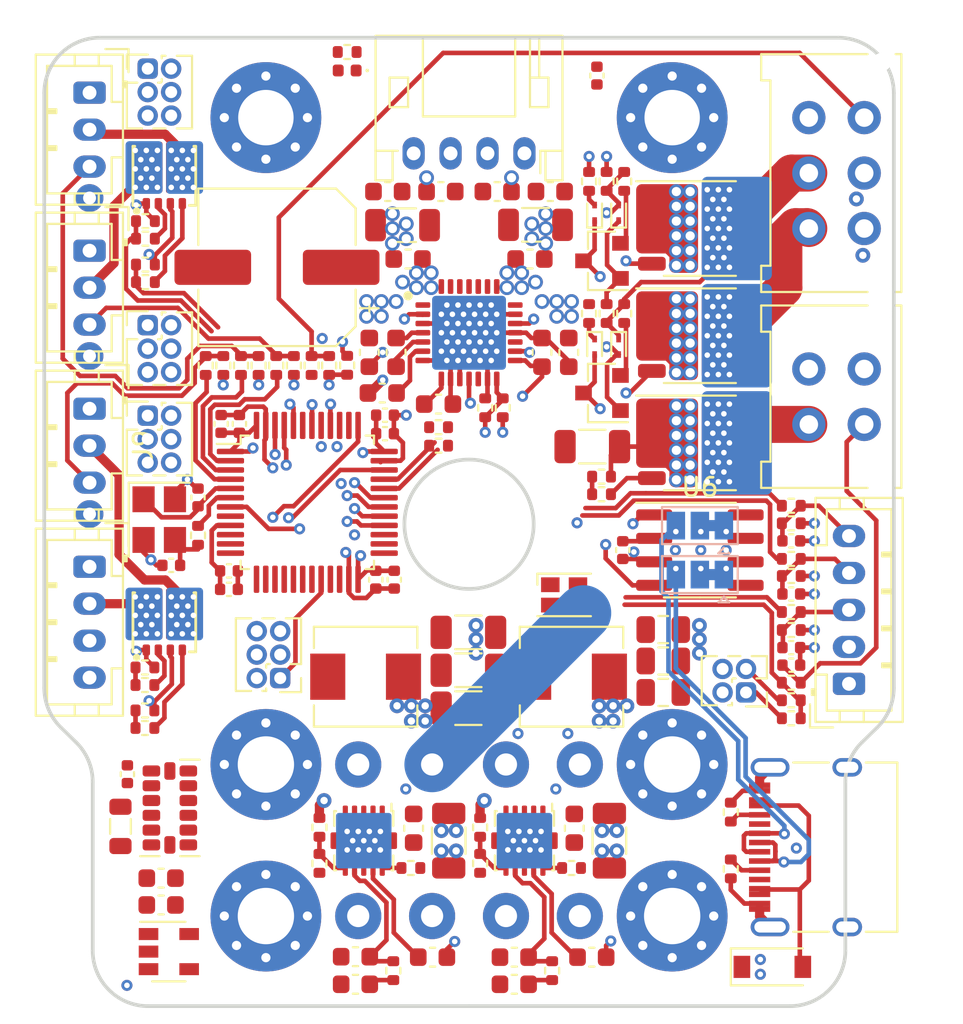
<source format=kicad_pcb>
(kicad_pcb (version 20240108) (generator "pcbnew") (generator_version "8.0")
  (layers (0 "F.Cu" signal) (1 "In1.Cu" signal) (2 "In2.Cu" signal) (31 "B.Cu" signal) (34 "B.Paste" user) (35 "F.Paste" user) (36 "B.SilkS" user "B.Silkscreen") (37 "F.SilkS" user "F.Silkscreen") (38 "B.Mask" user) (39 "F.Mask" user) (44 "Edge.Cuts" user))
  (net 0 "")
  (net 1 "GND")
  (net 2 "TOOL_ID")
  (net 3 "FAN_1_V_OUT")
  (net 4 "FAN_1_TACHO")
  (net 5 "FAN_1_DRAIN")
  (net 6 "FAN_2_V_OUT")
  (net 7 "FAN_2_TACHO")
  (net 8 "FAN_2_DRAIN")
  (net 9 "LED_1_V_OUT")
  (net 10 "LED_1_DRAIN")
  (net 11 "HEATER_DRAIN")
  (net 12 "STEP_1_B2")
  (net 13 "STEP_1_B1")
  (net 14 "STEP_1_A2")
  (net 15 "STEP_1_A1")
  (net 16 "IO_3_OUT")
  (net 17 "IO_2_OUT")
  (net 18 "IO_1_OUT")
  (net 19 "Net-(U1-Pad4)")
  (net 20 "Net-(IC1-Pad25)")
  (net 21 "Net-(IC1-Pad17)")
  (net 22 "Net-(IC1-Pad12)")
  (net 23 "TMC_ENN")
  (net 24 "TMC_DIR")
  (net 25 "TMC_DIAG")
  (net 26 "TMC_UART_RX")
  (net 27 "TMC_STEP")
  (net 28 "Net-(Q3-Pad2)")
  (net 29 "Net-(Q3-Pad4)")
  (net 30 "Net-(Q4-Pad1)")
  (net 31 "Net-(Q5-Pad2)")
  (net 32 "Net-(Q6-Pad2)")
  (net 33 "HEATER_GATE")
  (net 34 "FAN_1_GATE")
  (net 35 "FAN_2_GATE")
  (net 36 "LED_1_GATE")
  (net 37 "ADXL_SCL")
  (net 38 "ADXL_INT1")
  (net 39 "ADXL_CS")
  (net 40 "Net-(D1-Pad2)")
  (net 41 "Net-(D1-Pad1)")
  (net 42 "Net-(D2-Pad2)")
  (net 43 "Net-(D2-Pad1)")
  (net 44 "Net-(D3-Pad2)")
  (net 45 "DOCK_GND")
  (net 46 "Net-(D4-Pad1)")
  (net 47 "THERM_1_PIN")
  (net 48 "Net-(U3-Pad8)")
  (net 49 "Net-(U4-Pad8)")
  (net 50 "Net-(C9-Pad2)")
  (net 51 "Net-(C10-Pad1)")
  (net 52 "Net-(C11-Pad2)")
  (net 53 "Net-(C12-Pad1)")
  (net 54 "Net-(C13-Pad1)")
  (net 55 "Net-(C14-Pad1)")
  (net 56 "Net-(C22-Pad1)")
  (net 57 "Net-(C23-Pad2)")
  (net 58 "Net-(C23-Pad1)")
  (net 59 "Net-(C24-Pad1)")
  (net 60 "TMC_BRB")
  (net 61 "TMC_BRA")
  (net 62 "Net-(J13-Pad3)")
  (net 63 "Net-(J13-Pad1)")
  (net 64 "Net-(J14-PadB8)")
  (net 65 "Net-(J14-PadA5)")
  (net 66 "Net-(J14-PadA8)")
  (net 67 "Net-(J14-PadB5)")
  (net 68 "Net-(Q5-Pad4)")
  (net 69 "Net-(Q7-Pad2)")
  (net 70 "Net-(R24-Pad2)")
  (net 71 "Net-(R25-Pad2)")
  (net 72 "Net-(R26-Pad2)")
  (net 73 "Net-(R28-Pad2)")
  (net 74 "Net-(U5-Pad11)")
  (net 75 "Net-(U5-Pad10)")
  (net 76 "Net-(U5-Pad9)")
  (net 77 "Net-(U5-Pad3)")
  (net 78 "Net-(D5-Pad2)")
  (net 79 "THERM_1_OUT")
  (net 80 "TOOL_DATA_L")
  (net 81 "TOOL_DATA_H")
  (net 82 "HOST_USB_D+")
  (net 83 "HOST_USB_D-")
  (net 84 "HOST_USB_DRAIN")
  (net 85 "USB_D-")
  (net 86 "USB_D+")
  (net 87 "Net-(R35-Pad2)")
  (net 88 "Net-(R36-Pad2)")
  (net 89 "CAN_TX")
  (net 90 "CAN_RX")
  (net 91 "TMC_UART_TX")
  (net 92 "CAN_H")
  (net 93 "CAN_L")
  (net 94 "Net-(C9-Pad1)")
  (net 95 "Net-(C11-Pad1)")
  (net 96 "VDC")
  (net 97 "+5V")
  (net 98 "+3V3")
  (net 99 "+12V")
  (net 100 "+3.3VA")
  (net 101 "DOCK_VDC")
  (net 102 "DEBUG_SWCLK")
  (net 103 "DEBUG_SWDIO")
  (net 104 "BOOT_0")
  (net 105 "BOOT_1")
  (net 106 "NRST")
  (net 107 "HSE_OSC_OUT")
  (net 108 "HSE_OSC_IN")
  (net 109 "HOST_USB_GATE")
  (net 110 "Net-(C43-Pad1)")
  (net 111 "LED_1_PWM")
  (net 112 "Net-(J4-Pad5)")
  (net 113 "Net-(D6-Pad2)")
  (net 114 "LED_0")
  (net 115 "Net-(D7-Pad4)")
  (net 116 "Net-(D7-Pad3)")
  (net 117 "Net-(D7-Pad2)")
  (net 118 "Net-(D7-Pad1)")
  (net 119 "Net-(U2-Pad19)")
  (net 120 "Net-(U2-Pad12)")
  (net 121 "GND1")
  (net 122 "FAN_1_TACHO_PIN")
  (net 123 "FAN_2_TACHO_PIN")
  (net 124 "LED_1_PWM_PIN")
  (net 125 "IO_1_OUT_PIN")
  (net 126 "IO_2_OUT_PIN")
  (net 127 "IO_3_OUT_PIN")
  (net 128 "TOOL_ID_PIN")
  (net 129 "ADXL_SDI")
  (net 130 "ADXL_SDO")
  (net 131 "DEBUG_SWO")
  (net 132 "Net-(U2-Pad39)")
  (net 133 "Net-(U2-Pad18)")
  (net 134 "Net-(U2-Pad4)")
  (net 135 "Net-(U2-Pad3)")
  (footprint "ToolChanger:Molex_Micro-Fit_3.0_43045-0412_2x02_P3.00mm_Vertical" (layer "F.Cu") (at 118.4 94.6 90)
    (property "Reference" "J6" (hide yes))
    (property "Value" "HOTEND")
  )
  (footprint "ToolChanger:PinHeader_2x03_P1.27mm_Vertical" (layer "F.Cu") (at 82.6 89.23)
    (property "Reference" "J11" (hide yes))
    (property "Value" "FAN_02_V")
  )
  (footprint "Capacitor_SMD:C_0402_1005Metric" (layer "F.Cu") (at 117.45 107.625)
    (property "Reference" "C2" (hide yes))
    (property "Value" "0.1uF 16V")
  )
  (footprint "Resistor_SMD:R_0402_1005Metric" (layer "F.Cu") (at 117.45 109.525)
    (property "Reference" "R2" (hide yes))
    (property "Value" "4.7K .1%")
  )
  (footprint "Resistor_SMD:R_0402_1005Metric" (layer "F.Cu") (at 82.476 85.95 180)
    (property "Reference" "R15" (hide yes))
    (property "Value" "10K")
  )
  (footprint "Resistor_SMD:R_0402_1005Metric" (layer "F.Cu") (at 82.45 107.75 180)
    (property "Reference" "R12" (hide yes))
    (property "Value" "10K")
  )
  (footprint "Resistor_SMD:R_0402_1005Metric" (layer "F.Cu") (at 107.175 98.375 180)
    (property "Reference" "R11" (hide yes))
    (property "Value" "100R")
  )
  (footprint "Resistor_SMD:R_0402_1005Metric" (layer "F.Cu") (at 107.175 97.425 180)
    (property "Reference" "R16" (hide yes))
    (property "Value" "10K")
  )
  (footprint "Resistor_SMD:R_0402_1005Metric" (layer "F.Cu") (at 82.45 110.075 180)
    (property "Reference" "R13" (hide yes))
    (property "Value" "10K")
  )
  (footprint "Resistor_SMD:R_0402_1005Metric" (layer "F.Cu") (at 82.45 111.025 180)
    (property "Reference" "R8" (hide yes))
    (property "Value" "100R")
  )
  (footprint "Resistor_SMD:R_0402_1005Metric" (layer "F.Cu") (at 114.175 118.65 90)
    (property "Reference" "R4" (hide yes))
    (property "Value" "5.12K")
  )
  (footprint "Resistor_SMD:R_0402_1005Metric" (layer "F.Cu") (at 82.476 84.55 180)
    (property "Reference" "R9" (hide yes))
    (property "Value" "100R")
  )
  (footprint "Resistor_SMD:R_0402_1005Metric" (layer "F.Cu") (at 82.476 86.9 180)
    (property "Reference" "R10" (hide yes))
    (property "Value" "100R")
  )
  (footprint "Resistor_SMD:R_0402_1005Metric" (layer "F.Cu") (at 82.45 108.7 180)
    (property "Reference" "R7" (hide yes))
    (property "Value" "100R")
  )
  (footprint "Resistor_SMD:R_0402_1005Metric" (layer "F.Cu") (at 82.476 83.6 180)
    (property "Reference" "R14" (hide yes))
    (property "Value" "10K")
  )
  (footprint "ToolChanger:WSD4066DN_ThermalPad" (layer "F.Cu") (at 83.5 105.406)
    (property "Reference" "Q3" (hide yes))
    (property "Value" "WSD4066DN")
  )
  (footprint "ToolChanger:IRF9310PbF-1_SO-8_ThermalPad" (layer "F.Cu") (at 112.5 95.6)
    (property "Reference" "Q4" (hide yes))
    (property "Value" "Q_NMOS_GSD")
  )
  (footprint "ToolChanger:JST_PH_S4B-PH-K_1x04_P2.00mm_Horizontal" (layer "F.Cu") (at 103 79.934 180)
    (property "Reference" "J15" (hide yes))
    (property "Value" "STEPPER")
  )
  (footprint "Connector_JST:JST_PH_B3B-PH-K_1x03_P2.00mm_Vertical" (layer "F.Cu") (at 79.45 85.2 -90)
    (property "Reference" "J8" (hide yes))
    (property "Value" "FAN_02")
  )
  (footprint "Connector_JST:JST_PH_B3B-PH-K_1x03_P2.00mm_Vertical" (layer "F.Cu") (at 79.45 76.65 -90)
    (property "Reference" "J7" (hide yes))
    (property "Value" "FAN_01")
  )
  (footprint "ToolChanger:L_Sunlord_MWSA0518_5.4x5.2mm" (layer "F.Cu") (at 94.4 108.25)
    (property "Reference" "L1" (hide yes))
    (property "Value" "10uH")
  )
  (footprint "ToolChanger:L_Sunlord_MWSA0518_5.4x5.2mm" (layer "F.Cu") (at 105.55 108.25)
    (property "Reference" "L2" (hide yes))
    (property "Value" "10uH")
  )
  (footprint "Capacitor_SMD:C_1206_3216Metric" (layer "F.Cu") (at 98.9 117.122 -90)
    (property "Reference" "C4" (hide yes))
    (property "Value" "10uF 50V")
  )
  (footprint "Capacitor_SMD:C_1206_3216Metric" (layer "F.Cu") (at 107.6 117.122 -90)
    (property "Reference" "C5" (hide yes))
    (property "Value" "10uF 50V")
  )
  (footprint "Capacitor_SMD:C_0603_1608Metric" (layer "F.Cu") (at 105.7 116.45 -90)
    (property "Reference" "C7" (hide yes))
    (property "Value" "0.1uF 50V")
  )
  (footprint "Capacitor_SMD:C_0603_1608Metric" (layer "F.Cu") (at 83.325 120.6 180)
    (property "Reference" "C8" (hide yes))
    (property "Value" "1uF")
  )
  (footprint "Capacitor_SMD:C_0603_1608Metric" (layer "F.Cu") (at 102.45 123.425 180)
    (property "Reference" "C12" (hide yes))
    (property "Value" "3.3nF")
  )
  (footprint "Capacitor_SMD:C_0805_2012Metric" (layer "F.Cu") (at 110.516 109.1)
    (property "Reference" "C16" (hide yes))
    (property "Value" "47uF")
  )
  (footprint "Capacitor_SMD:C_0805_2012Metric" (layer "F.Cu") (at 110.516 107.4)
    (property "Reference" "C18" (hide yes))
    (property "Value" "47uF")
  )
  (footprint "Capacitor_SMD:C_0805_2012Metric" (layer "F.Cu") (at 110.516 105.7)
    (property "Reference" "C20" (hide yes))
    (property "Value" "47uF")
  )
  (footprint "Capacitor_SMD:C_0603_1608Metric" (layer "F.Cu") (at 103.95 90.7 90)
    (property "Reference" "C21" (hide yes))
    (property "Value" "0.1uF 50V")
  )
  (footprint "Capacitor_SMD:C_0603_1608Metric" (layer "F.Cu") (at 98.35 93.5)
    (property "Reference" "C22" (hide yes))
    (property "Value" "0.1uF 50V")
  )
  (footprint "Capacitor_SMD:C_0603_1608Metric" (layer "F.Cu") (at 95.3 92.9 180)
    (property "Reference" "C24" (hide yes))
    (property "Value" "0.1uF 50V")
  )
  (footprint "Capacitor_SMD:C_0603_1608Metric" (layer "F.Cu") (at 94.6 90.7 90)
    (property "Reference" "C25" (hide yes))
    (property "Value" "470pF 100V")
  )
  (footprint "Capacitor_SMD:C_0603_1608Metric" (layer "F.Cu") (at 96.7 85.65)
    (property "Reference" "C26" (hide yes))
    (property "Value" "0.1uF 50V")
  )
  (footprint "Capacitor_SMD:C_0603_1608Metric" (layer "F.Cu") (at 98.476 82)
    (property "Reference" "C27" (hide yes))
    (property "Value" "470pF 100V")
  )
  (footprint "Capacitor_SMD:C_0603_1608Metric" (layer "F.Cu") (at 103.3 85.65 180)
    (property "Reference" "C29" (hide yes))
    (property "Value" "0.1uF 50V")
  )
  (footprint "Capacitor_SMD:C_0603_1608Metric" (layer "F.Cu") (at 95.6 82)
    (property "Reference" "C31" (hide yes))
    (property "Value" "0.1uF 50V")
  )
  (footprint "Resistor_SMD:R_0402_1005Metric" (layer "F.Cu") (at 105.55 118.6 180)
    (property "Reference" "R25" (hide yes))
    (property "Value" "95k")
  )
  (footprint "Resistor_SMD:R_0402_1005Metric" (layer "F.Cu") (at 100.6 116.4 -90)
    (property "Reference" "R28" (hide yes))
    (property "Value" "100k")
  )
  (footprint "Resistor_SMD:R_0402_1005Metric" (layer "F.Cu") (at 100.6 118.35 -90)
    (property "Reference" "R29" (hide yes))
    (property "Value" "19.1k")
  )
  (footprint "Resistor_SMD:R_0402_1005Metric" (layer "F.Cu") (at 100.875 93.7 90)
    (property "Reference" "R33" (hide yes))
    (property "Value" "22K")
  )
  (footprint "Resistor_SMD:R_1206_3216Metric" (layer "F.Cu") (at 103.6 83.8 180)
    (property "Reference" "R34" (hide yes))
    (property "Value" "0.1R 1%")
  )
  (footprint "Package_TO_SOT_SMD:SOT-23-5" (layer "F.Cu") (at 83.744 123.124)
    (property "Reference" "U1" (hide yes))
    (property "Value" "TLV73333PDBV")
  )
  (footprint "Package_LGA:LGA-14_3x5mm_P0.8mm_LayoutBorder1x6y" (layer "F.Cu") (at 83.8 115.35)
    (property "Reference" "U5" (hide yes))
    (property "Value" "ADXL345BCCZ-RL")
  )
  (footprint "Capacitor_SMD:C_1206_3216Metric" (layer "F.Cu") (at 106.675 95.8)
    (property "Reference" "C1" (hide yes))
    (property "Value" "10uF 50V")
  )
  (footprint "Capacitor_SMD:C_0603_1608Metric" (layer "F.Cu") (at 105.4 90.7 90)
    (property "Reference" "C30" (hide yes))
    (property "Value" "470pF 100V")
  )
  (footprint "Capacitor_SMD:C_0603_1608Metric" (layer "F.Cu") (at 96.05 90.7 90)
    (property "Reference" "C23" (hide yes))
    (property "Value" "22nF X7R 10% 50V")
  )
  (footprint "MountingHole:MountingHole_3mm_Pad_Via" (layer "F.Cu") (at 111 78)
    (property "Reference" "H2" (hide yes))
    (property "Value" "M3")
  )
  (footprint "Resistor_SMD:R_0402_1005Metric" (layer "F.Cu") (at 117.45 108.575 180)
    (property "Reference" "R21" (hide yes))
    (property "Value" "10K")
  )
  (footprint "Resistor_SMD:R_0402_1005Metric" (layer "F.Cu") (at 117.45 110.5)
    (property "Reference" "R1" (hide yes))
    (property "Value" "1K .1%")
  )
  (footprint "Capacitor_SMD:C_0402_1005Metric" (layer "F.Cu") (at 81.5 113.525 -90)
    (property "Reference" "C32" (hide yes))
    (property "Value" "4.7uF 10V")
  )
  (footprint "Resistor_SMD:R_0402_1005Metric" (layer "F.Cu") (at 101.825 93.7 90)
    (property "Reference" "R31" (hide yes))
    (property "Value" "1K")
  )
  (footprint "Resistor_SMD:R_0402_1005Metric" (layer "F.Cu") (at 98.35 95.75 180)
    (property "Reference" "R35" (hide yes))
    (property "Value" "22R")
  )
  (footprint "Resistor_SMD:R_0402_1005Metric" (layer "F.Cu") (at 98.35 94.75 180)
    (property "Reference" "R36" (hide yes))
    (property "Value" "22R")
  )
  (footprint "Capacitor_SMD:C_0402_1005Metric" (layer "F.Cu") (at 108.325 101.4 90)
    (property "Reference" "C35" (hide yes))
    (property "Value" "0.1uF 16V")
  )
  (footprint "ToolChanger:Molex_Micro-Fit_3.0_43045-0612_2x03_P3.00mm_Vertical" (layer "F.Cu") (at 118.4 84 90)
    (property "Reference" "J2" (hide yes))
    (property "Value" "Molex Micro Fit 3.0")
  )
  (footprint "MountingHole:MountingHole_3mm_Pad_Via" (layer "F.Cu") (at 89 78)
    (property "Reference" "H1" (hide yes))
    (property "Value" "M3")
  )
  (footprint "Capacitor_SMD:C_0603_1608Metric" (layer "F.Cu") (at 104.4 82 180)
    (property "Reference" "C41" (hide yes))
    (property "Value" "0.1uF 50V")
  )
  (footprint "ToolChanger:VSON-10-1EP_3x3mm_P0.5mm_EP1.65x2.4mm_ThermalVias" (layer "F.Cu") (at 94.3 117.122 -90)
    (property "Reference" "U3" (hide yes))
    (property "Value" "TPS54335ADRCR")
  )
  (footprint "Resistor_SMD:R_0402_1005Metric" (layer "F.Cu") (at 96.85 118.6 180)
    (property "Reference" "R24" (hide yes))
    (property "Value" "95k")
  )
  (footprint "Resistor_SMD:R_0402_1005Metric" (layer "F.Cu") (at 91.9 116.4 -90)
    (property "Reference" "R26" (hide yes))
    (property "Value" "100k")
  )
  (footprint "Resistor_SMD:R_0402_1005Metric" (layer "F.Cu") (at 91.9 118.35 -90)
    (property "Reference" "R27" (hide yes))
    (property "Value" "7.15k")
  )
  (footprint "Capacitor_SMD:C_0603_1608Metric" (layer "F.Cu") (at 97 116.45 -90)
    (property "Reference" "C6" (hide yes))
    (property "Value" "0.1uF 50V")
  )
  (footprint "Resistor_SMD:R_1206_3216Metric" (layer "F.Cu") (at 96.4 83.82)
    (property "Reference" "R30" (hide yes))
    (property "Value" "0.1R 1%")
  )
  (footprint "ToolChanger:PinHeader_2x03_P1.27mm_Vertical" (layer "F.Cu") (at 82.6 75.35)
    (property "Reference" "J10" (hide yes))
    (property "Value" "FAN_01_V")
  )
  (footprint "Capacitor_SMD:C_0603_1608Metric" (layer "F.Cu") (at 101.524 82 180)
    (property "Reference" "C28" (hide yes))
    (property "Value" "470pF 100V")
  )
  (footprint "ToolChanger:IRF9310PbF-1_SO-8_ThermalPad" (layer "F.Cu") (at 112.5 84)
    (property "Reference" "Q1" (hide yes))
    (property "Value" "Q_PMOS_GSD")
  )
  (footprint "LED_SMD:LED_Cree-PLCC4_2x2mm_CW" (layer "F.Cu") (at 105.15 103.825)
    (property "Reference" "D7" (hide yes))
    (property "Value" "NeoPixel_THT")
  )
  (footprint "Capacitor_SMD:C_1206_3216Metric" (layer "F.Cu") (at 99.965 105.85)
    (property "Reference" "C15" (hide yes))
    (property "Value" "47uF")
  )
  (footprint "Capacitor_SMD:C_1206_3216Metric" (layer "F.Cu") (at 99.965 109.95)
    (property "Reference" "C17" (hide yes))
    (property "Value" "47uF")
  )
  (footprint "Capacitor_SMD:C_1206_3216Metric" (layer "F.Cu") (at 99.965 107.9)
    (property "Reference" "C19" (hide yes))
    (property "Value" "47uF")
  )
  (footprint "ToolChanger:VSON-10-1EP_3x3mm_P0.5mm_EP1.65x2.4mm_ThermalVias" (layer "F.Cu") (at 103 117.122 -90)
    (property "Reference" "U4" (hide yes))
    (property "Value" "TPS54335ADRCR")
  )
  (footprint "ToolChanger:tmc_2209_ThermalPad" (layer "F.Cu") (at 100 89.64)
    (property "Reference" "IC1" (hide yes))
    (property "Value" "TMC2209-LA")
  )
  (footprint "ToolChanger:IRF9310PbF-1_SO-8_ThermalPad" (layer "F.Cu") (at 112.5 89.8)
    (property "Reference" "Q2" (hide yes))
    (property "Value" "Q_NMOS_GSD")
  )
  (footprint "Resistor_SMD:R_0402_1005Metric" (layer "F.Cu") (at 108.4 81.45 90)
    (property "Reference" "R19" (hide yes))
    (property "Value" "100K")
  )
  (footprint "Resistor_SMD:R_0402_1005Metric" (layer "F.Cu") (at 106.5 81.45 -90)
    (property "Reference" "R5" (hide yes))
    (property "Value" "100K")
  )
  (footprint "Resistor_SMD:R_0402_1005Metric" (layer "F.Cu") (at 106.5 88.6 90)
    (property "Reference" "R6" (hide yes))
    (property "Value" "100K")
  )
  (footprint "Resistor_SMD:R_0402_1005Metric" (layer "F.Cu") (at 108.4 88.6 -90)
    (property "Reference" "R17" (hide yes))
    (property "Value" "100K")
  )
  (footprint "Resistor_SMD:R_0402_1005Metric" (layer "F.Cu") (at 107.45 81.45 -90)
    (property "Reference" "R18" (hide yes))
    (property "Value" "100K")
  )
  (footprint "Resistor_SMD:R_0402_1005Metric" (layer "F.Cu") (at 107.45 88.6 90)
    (property "Reference" "R20" (hide yes))
    (property "Value" "100K")
  )
  (footprint "Diode_SMD:D_SOD-923" (layer "F.Cu") (at 106.8 83.15 90)
    (property "Reference" "D1" (hide yes))
    (property "Value" "D")
  )
  (footprint "Diode_SMD:D_SOD-923" (layer "F.Cu") (at 106.8 90.4 -90)
    (property "Reference" "D2" (hide yes))
    (property "Value" "D")
  )
  (footprint "Diode_SMD:D_SOD-923" (layer "F.Cu") (at 108.1 83.15 90)
    (property "Reference" "D4" (hide yes))
    (property "Value" "D")
  )
  (footprint "Diode_SMD:D_SOD-923" (layer "F.Cu") (at 108.1 90.4 -90)
    (property "Reference" "D3" (hide yes))
    (property "Value" "D")
  )
  (footprint "Package_TO_SOT_SMD:SOT-23" (layer "F.Cu") (at 107.2 85.75 180)
    (property "Reference" "Q7" (hide yes))
    (property "Value" "Q_NPN_BEC")
  )
  (footprint "Package_TO_SOT_SMD:SOT-23" (layer "F.Cu") (at 107.2 92.9 180)
    (property "Reference" "Q6" (hide yes))
    (property "Value" "Q_PNP_BEC")
  )
  (footprint "ToolChanger:WSD4066DN_ThermalPad" (layer "F.Cu") (at 83.5 81.25)
    (property "Reference" "Q5" (hide yes))
    (property "Value" "WSD4066DN")
  )
  (footprint "ToolChanger:PinHeader_2x02_P1.27mm_Vertical" (layer "F.Cu") (at 115 109.1 180)
    (property "Reference" "J13" (hide yes))
    (property "Value" "THERM_R")
  )
  (footprint "Inductor_SMD:L_0805_2012Metric" (layer "F.Cu") (at 81.125 116.35 -90)
    (property "Reference" "L3" (hide yes))
    (property "Value" "10uH 15mA")
  )
  (footprint "Resistor_SMD:R_0402_1005Metric" (layer "F.Cu") (at 93.4 74.45 180)
    (property "Reference" "R38" (hide yes))
    (property "Value" "R_Small")
  )
  (footprint "LED_SMD:LED_0402_1005Metric" (layer "F.Cu") (at 93.4 75.45 180)
    (property "Reference" "D6" (hide yes))
    (property "Value" "LED_Small")
  )
  (footprint "Capacitor_SMD:C_0402_1005Metric" (layer "F.Cu") (at 87 102.525)
    (property "Reference" "C45" (hide yes))
    (property "Value" "1uF")
  )
  (footprint "Capacitor_SMD:C_0402_1005Metric" (layer "F.Cu") (at 87 103.523)
    (property "Reference" "C44" (hide yes))
    (property "Value" "10nF")
  )
  (footprint "Capacitor_SMD:C_0402_1005Metric" (layer "F.Cu") (at 87.565097 94.571976 -90)
    (property "Reference" "C40" (hide yes))
    (property "Value" "4.7uF 10V")
  )
  (footprint "Capacitor_SMD:C_0402_1005Metric" (layer "F.Cu") (at 95.45 95.1 180)
    (property "Reference" "C39" (hide yes))
    (property "Value" "0.1uF 16V")
  )
  (footprint "Capacitor_SMD:C_0402_1005Metric" (layer "F.Cu") (at 86.575148 94.571976 -90)
    (property "Reference" "C38" (hide yes))
    (property "Value" "0.1uF 16V")
  )
  (footprint "Package_QFP:LQFP-48_7x7mm_P0.5mm" (layer "F.Cu") (at 91.242053 98.814617)
    (property "Reference" "U2" (hide yes))
    (property "Value" "STM32F103C8Tx")
  )
  (footprint "Capacitor_SMD:C_0402_1005Metric" (layer "F.Cu") (at 95.95 103 90)
    (property "Reference" "C37" (hide yes))
    (property "Value" "0.1uF 16V")
  )
  (footprint "Capacitor_SMD:C_0402_1005Metric" (layer "F.Cu") (at 95.45 94.1 180)
    (property "Reference" "C36" (hide yes))
    (property "Value" "0.1uF 16V")
  )
  (footprint "Capacitor_SMD:C_0402_1005Metric" (layer "F.Cu") (at 94.95 103 90)
    (property "Reference" "C33" (hide yes))
    (property "Value" "0.1uF 16V")
  )
  (footprint "Capacitor_SMD:C_0603_1608Metric" (layer "F.Cu") (at 102.45 124.892 180)
    (property "Reference" "C14" (hide yes))
    (property "Value" "56pF")
  )
  (footprint "Capacitor_SMD:C_0603_1608Metric" (layer "F.Cu") (at 106.65 123.425 180)
    (property "Reference" "C11" (hide yes))
    (property "Value" "0.1uF 50V")
  )
  (footprint "Resistor_SMD:R_0402_1005Metric" (layer "F.Cu") (at 104.5 124.155 90)
    (property "Reference" "R23" (hide yes))
    (property "Value" "10k")
  )
  (footprint "Capacitor_SMD:C_0603_1608Metric" (layer "F.Cu") (at 98.025 123.425 180)
    (property "Reference" "C9" (hide yes))
    (property "Value" "0.1uF 50V")
  )
  (footprint "Capacitor_SMD:C_0603_1608Metric" (layer "F.Cu") (at 93.85 123.4 180)
    (property "Reference" "C10" (hide yes))
    (property "Value" "360pF")
  )
  (footprint "Resistor_SMD:R_0402_1005Metric" (layer "F.Cu") (at 95.9 124.155 90)
    (property "Reference" "R22" (hide yes))
    (property "Value" "36.5k")
  )
  (footprint "Capacitor_SMD:C_0603_1608Metric" (layer "F.Cu") (at 93.85 124.892 180)
    (property "Reference" "C13" (hide yes))
    (property "Value" "30pF")
  )
  (footprint "Connector_JST:JST_PH_B3B-PH-K_1x03_P2.00mm_Vertical" (layer "F.Cu") (at 79.45 93.75 -90)
    (property "Reference" "J9")
    (property "Value" "LED")
  )
  (footprint "Connector_JST:JST_PH_B4B-PH-K_1x04_P2.00mm_Vertical" (layer "F.Cu") (at 79.45 102.3 -90)
    (property "Reference" "J5" (hide yes))
    (property "Value" "USB_HOST")
  )
  (footprint "ToolChanger:PinHeader_2x03_P1.27mm_Vertical" (layer "F.Cu") (at 82.6 94.125)
    (property "Reference" "J12" (hide yes))
    (property "Value" "LED_V")
  )
  (footprint "Resistor_SMD:R_0402_1005Metric" (layer "F.Cu") (at 85.325 100.6 90)
    (property "Reference" "R37" (hide yes))
    (property "Value" "R_Small")
  )
  (footprint "Capacitor_SMD:C_0402_1005Metric" (layer "F.Cu") (at 85.325 98.55 90)
    (property "Reference" "C42" (hide yes))
    (property "Value" "C_Small")
  )
  (footprint "Capacitor_SMD:C_0402_1005Metric" (layer "F.Cu") (at 83.875 102.225 180)
    (property "Reference" "C43" (hide yes))
    (property "Value" "C_Small")
  )
  (footprint "Crystal:Crystal_SMD_3225-4Pin_3.2x2.5mm" (layer "F.Cu") (at 83.225 99.75 -90)
    (property "Reference" "HSE1" (hide yes))
    (property "Value" "8MHz")
  )
  (footprint "Capacitor_SMD:C_0402_1005Metric" (layer "F.Cu") (at 117.45 103.775 180)
    (property "Reference" "C47" (hide yes))
    (property "Value" "0.1uF 16V")
  )
  (footprint "Capacitor_SMD:C_0402_1005Metric" (layer "F.Cu") (at 117.45 106.675 180)
    (property "Reference" "C48" (hide yes))
    (property "Value" "0.1uF 16V")
  )
  (footprint "Resistor_SMD:R_0402_1005Metric" (layer "F.Cu") (at 87.65 91.41 90)
    (property "Reference" "R39" (hide yes))
    (property "Value" "10K")
  )
  (footprint "Resistor_SMD:R_0402_1005Metric" (layer "F.Cu") (at 117.45 101.875)
    (property "Reference" "R43" (hide yes))
    (property "Value" "10K")
  )
  (footprint "Resistor_SMD:R_0402_1005Metric" (layer "F.Cu") (at 117.45 104.75)
    (property "Reference" "R44" (hide yes))
    (property "Value" "10K")
  )
  (footprint "Resistor_SMD:R_0402_1005Metric" (layer "F.Cu") (at 117.45 102.8 180)
    (property "Reference" "R49" (hide yes))
    (property "Value" "10K")
  )
  (footprint "Resistor_SMD:R_0402_1005Metric" (layer "F.Cu") (at 117.45 105.725 180)
    (property "Reference" "R50" (hide yes))
    (property "Value" "10K")
  )
  (footprint "Resistor_SMD:R_0402_1005Metric" (layer "F.Cu") (at 90.515 91.41 90)
    (property "Reference" "R46" (hide yes))
    (property "Value" "10K")
  )
  (footprint "Resistor_SMD:R_0402_1005Metric" (layer "F.Cu") (at 88.605 91.41 90)
    (property "Reference" "R45" (hide yes))
    (property "Value" "10K")
  )
  (footprint "Resistor_SMD:R_0402_1005Metric" (layer "F.Cu") (at 85.74 91.41 90)
    (property "Reference" "R41" (hide yes))
    (property "Value" "10K")
  )
  (footprint "Resistor_SMD:R_0402_1005Metric" (layer "F.Cu") (at 86.695 91.41 90)
    (property "Reference" "R47" (hide yes))
    (property "Value" "10K")
  )
  (footprint "Resistor_SMD:R_0402_1005Metric" (layer "F.Cu") (at 89.56 91.41 90)
    (property "Reference" "R40" (hide yes))
    (property "Value" "10K")
  )
  (footprint "Capacitor_SMD:C_0402_1005Metric" (layer "F.Cu") (at 106.925 75.725 90)
    (property "Reference" "C49" (hide yes))
    (property "Value" "0.1uF 16V")
  )
  (footprint "Resistor_SMD:R_0402_1005Metric" (layer "F.Cu") (at 91.475 91.41 90)
    (property "Reference" "R51" (hide yes))
    (property "Value" "10K")
  )
  (footprint "Resistor_SMD:R_0402_1005Metric" (layer "F.Cu") (at 92.425 91.41 90)
    (property "Reference" "R52" (hide yes))
    (property "Value" "10K")
  )
  (footprint "Resistor_SMD:R_0402_1005Metric" (layer "F.Cu") (at 93.4 91.4 -90)
    (property "Reference" "R32" (hide yes))
    (property "Value" "22K")
  )
  (footprint "Package_SO:SOIC-8_3.9x4.9mm_P1.27mm" (layer "F.Cu") (at 112.5 101.4)
    (property "Reference" "U6")
    (property "Value" "SN65HVD232DR")
  )
  (footprint "Resistor_SMD:R_0402_1005Metric" (layer "F.Cu") (at 117.45 99.95 180)
    (property "Reference" "R48" (hide yes))
    (property "Value" "10K")
  )
  (footprint "Resistor_SMD:R_0402_1005Metric" (layer "F.Cu") (at 117.45 99)
    (property "Reference" "R42" (hide yes))
    (property "Value" "10K")
  )
  (footprint "Capacitor_SMD:C_0402_1005Metric" (layer "F.Cu") (at 117.45 100.9 180)
    (property "Reference" "C46" (hide yes))
    (property "Value" "0.1uF 16V")
  )
  (footprint "ToolChanger:USB_C_Receptacle_XKB_U262-16XN-4BVC11" (layer "F.Cu") (at 119.40588 117.47278 90)
    (property "Reference" "J14" (hide yes))
    (property "Value" "918-418K2023S40001")
  )
  (footprint "Diode_SMD:D_SOD-123" (layer "F.Cu") (at 116.425 123.95)
    (property "Reference" "D5" (hide yes))
    (property "Value" "D_Schottky")
  )
  (footprint "Resistor_SMD:R_0402_1005Metric" (layer "F.Cu") (at 114.175 115.575 -90)
    (property "Reference" "R3" (hide yes))
    (property "Value" "5.12K")
  )
  (footprint "Connector_JST:JST_PH_B5B-PH-K_1x05_P2.00mm_Vertical" (layer "F.Cu") (at 120.574 108.636 90)
    (property "Reference" "J16" (hide yes))
    (property "Value" "IO")
  )
  (footprint "Capacitor_SMD:C_0603_1608Metric" (layer "F.Cu") (at 83.325 119.15)
    (property "Reference" "C3" (hide yes))
    (property "Value" "1uF")
  )
  (footprint "ToolChanger:PinHeader_2x03_P1.27mm_Vertical" (layer "F.Cu") (at 89.775 108.325 180)
    (property "Reference" "J1" (hide yes))
    (property "Value" "DEBUG")
  )
  (footprint "Capacitor_SMD:CP_Elec_8x6.9" (layer "F.Cu") (at 89.6 86.1 180)
    (property "Reference" "C34" (hide yes))
    (property "Value" "100uF 35V")
  )
  (footprint "ToolChanger:MillMax-858-10-004-10-012000" (layer "B.Cu") (at 100 121.2)
    (property "Reference" "J4" (hide yes))
    (property "Value" "MillMax_004")
  )
  (footprint "ToolChanger:MillMax-858-10-004-10-012000" (layer "B.Cu") (at 100 113)
    (property "Reference" "J3" (hide yes))
    (property "Value" "MillMax_004")
  )
  (footprint "Jumper:SolderJumper-3_P1.3mm_Bridged12_Pad1.0x1.5mm" (layer "B.Cu") (at 112.5 102.725 180)
    (property "Reference" "JP2" (hide yes))
    (property "Value" "DATA_L JUMPER" (hide yes))
  )
  (footprint "Jumper:SolderJumper-3_P1.3mm_Bridged12_Pad1.0x1.5mm" (layer "B.Cu") (at 112.5 100.075 180)
    (property "Reference" "JP1" (hide yes))
    (property "Value" "DATA_H JUMPER" (hide yes))
  )
  (gr_arc (start 82.621617 126.074795) (mid 80.500297 125.196115) (end 79.621617 123.074795) (stroke (width 0.2)) (layer "Edge.Cuts"))
  (gr_arc (start 77.000024 76.674795) (mid 77.878704 74.553475) (end 80.000024 73.674795) (stroke (width 0.2)) (layer "Edge.Cuts"))
  (gr_line (start 100.000023 126.074795) (end 117.378429 126.074795) (stroke (width 0.2)) (layer "Edge.Cuts"))
  (gr_arc (start 77.90714 111.006387) (mid 77.23609 110.023485) (end 77.000023 108.857005) (stroke (width 0.2)) (layer "Edge.Cuts"))
  (gr_line (start 78.7145 111.792524) (end 77.907141 111.006387) (stroke (width 0.2)) (layer "Edge.Cuts"))
  (gr_line (start 77.000023 108.857005) (end 77.000023 76.674795) (stroke (width 0.2)) (layer "Edge.Cuts"))
  (gr_arc (start 120.000022 73.674794) (mid 122.121343 74.553474) (end 123.000023 76.674795) (stroke (width 0.2)) (layer "Edge.Cuts"))
  (gr_arc (start 78.7145 111.792523) (mid 79.38555 112.775425) (end 79.621617 113.941905) (stroke (width 0.2)) (layer "Edge.Cuts"))
  (gr_arc (start 120.378429 113.941906) (mid 120.614496 112.775426) (end 121.285546 111.792524) (stroke (width 0.2)) (layer "Edge.Cuts"))
  (gr_line (start 79.621617 123.074795) (end 79.621617 113.941905) (stroke (width 0.2)) (layer "Edge.Cuts"))
  (gr_arc (start 123.000023 108.857006) (mid 122.763955 110.023486) (end 122.092905 111.006387) (stroke (width 0.2)) (layer "Edge.Cuts"))
  (gr_line (start 120.000022 73.674795) (end 100.000023 73.674795) (stroke (width 0.2)) (layer "Edge.Cuts"))
  (gr_line (start 120.378429 123.074795) (end 120.378429 113.941905) (stroke (width 0.2)) (layer "Edge.Cuts"))
  (gr_line (start 100.000023 126.074795) (end 82.621617 126.074795) (stroke (width 0.2)) (layer "Edge.Cuts"))
  (gr_line (start 121.285546 111.792524) (end 122.092905 111.006387) (stroke (width 0.2)) (layer "Edge.Cuts"))
  (gr_line (start 123.000023 108.857005) (end 123.000023 76.674795) (stroke (width 0.2)) (layer "Edge.Cuts"))
  (gr_line (start 80.000024 73.674795) (end 100.000023 73.674795) (stroke (width 0.2)) (layer "Edge.Cuts"))
  (gr_circle (center 100 100) (end 103.499999 100) (stroke (width 0.2)) (fill none) (layer "Edge.Cuts"))
  (gr_arc (start 120.378429 123.074795) (mid 119.499749 125.196115) (end 117.378429 126.074795) (stroke (width 0.2)) (layer "Edge.Cuts"))
  (via (at 93.8 100.575) (size 0.6) (drill 0.3) (layers "F.Cu" "B.Cu") (net 0))
  (via (at 92.05 89.95) (size 0.6) (drill 0.3) (layers "F.Cu" "B.Cu") (net 0))
  (segment (start 88.992053 93.769645) (end 88.992053 94.652117) (width 0.25) (layer "F.Cu") (net 1))
  (segment (start 87.565097 94.091976) (end 88.017466 93.639607) (width 0.25) (layer "F.Cu") (net 1))
  (segment (start 95.95 103.48) (end 94.95 103.48) (width 0.25) (layer "F.Cu") (net 1))
  (segment (start 88.017466 93.639607) (end 88.862015 93.639607) (width 0.25) (layer "F.Cu") (net 1))
  (segment (start 96.417063 95.587063) (end 96.417063 96.432937) (width 0.25) (layer "F.Cu") (net 1))
  (segment (start 95.93 94.1) (end 95.93 95.1) (width 0.25) (layer "F.Cu") (net 1))
  (segment (start 95.93 95.1) (end 96.417063 95.587063) (width 0.25) (layer "F.Cu") (net 1))
  (segment (start 88.862015 93.639607) (end 88.992053 93.769645) (width 0.25) (layer "F.Cu") (net 1))
  (segment (start 96.417063 96.432937) (end 96.285383 96.564617) (width 0.25) (layer "F.Cu") (net 1))
  (segment (start 93.492053 103.709609) (end 93.492053 102.977117) (width 0.25) (layer "F.Cu") (net 1))
  (segment (start 86.575148 94.091976) (end 87.565097 94.091976) (width 0.25) (layer "F.Cu") (net 1))
  (segment (start 96.285383 96.564617) (end 95.404553 96.564617) (width 0.25) (layer "F.Cu") (net 1))
  (segment (start 115.73588 113.71778) (end 116.30088 113.15278) (width 0.5) (layer "F.Cu") (net 1))
  (segment (start 115.73588 114.12278) (end 115.73588 113.71778) (width 0.5) (layer "F.Cu") (net 1))
  (segment (start 115.73588 121.22778) (end 116.30088 121.79278) (width 0.5) (layer "F.Cu") (net 1))
  (segment (start 115.73588 120.82278) (end 115.73588 121.22778) (width 0.5) (layer "F.Cu") (net 1))
  (segment (start 99 92.14) (end 99 93.325) (width 0.25) (layer "F.Cu") (net 1))
  (segment (start 82.525 82.65) (end 82.05 82.65) (width 0.25) (layer "F.Cu") (net 1))
  (segment (start 117.93 100.9) (end 118.7 100.9) (width 0.25) (layer "F.Cu") (net 1))
  (segment (start 82.986 85.95) (end 82.986 85.711) (width 0.25) (layer "F.Cu") (net 1))
  (segment (start 109.745 100.92) (end 109.9 100.765) (width 0.25) (layer "F.Cu") (net 1))
  (segment (start 82.96 110.075) (end 82.96 109.599842) (width 0.25) (layer "F.Cu") (net 1))
  (segment (start 99 92.14) (end 99 90.64) (width 0.25) (layer "F.Cu") (net 1))
  (segment (start 93.767063 103.989627) (end 94.440373 103.989627) (width 0.25) (layer "F.Cu") (net 1))
  (segment (start 82.044 106.806) (end 81.975 106.875) (width 0.25) (layer "F.Cu") (net 1))
  (segment (start 94.440373 103.989627) (end 94.95 103.48) (width 0.25) (layer "F.Cu") (net 1))
  (segment (start 103.95 89.925) (end 104.147822 89.925) (width 0.25) (layer "F.Cu") (net 1))
  (segment (start 114.175 119.7869) (end 114.175 119.16) (width 0.25) (layer "F.Cu") (net 1))
  (segment (start 93.492053 103.714617) (end 93.767063 103.989627) (width 0.25) (layer "F.Cu") (net 1))
  (segment (start 82.525 106.806) (end 82.044 106.806) (width 0.25) (layer "F.Cu") (net 1))
  (segment (start 104.147822 89.925) (end 105.45 91.227178) (width 0.25) (layer "F.Cu") (net 1))
  (segment (start 82.986 85.449842) (end 82.986 85.95) (width 0.25) (layer "F.Cu") (net 1))
  (segment (start 94.6 91.475) (end 94.6 91.425) (width 0.25) (layer "F.Cu") (net 1))
  (segment (start 93.492053 102.977117) (end 93.492053 103.714617) (width 0.25) (layer "F.Cu") (net 1))
  (segment (start 95.285383 96.564617) (end 95.210393 96.639607) (width 0.25) (layer "F.Cu") (net 1))
  (segment (start 82.05 82.65) (end 81.975 82.725) (width 0.25) (layer "F.Cu") (net 1))
  (segment (start 82.96 110.075) (end 82.96 109.835) (width 0.25) (layer "F.Cu") (net 1))
  (segment (start 82.96 109.835) (end 82.675 109.55) (width 0.25) (layer "F.Cu") (net 1))
  (segment (start 101 88.64) (end 100 89.64) (width 0.25) (layer "F.Cu") (net 1))
  (segment (start 98.5 91.14) (end 100 89.64) (width 0.25) (layer "F.Cu") (net 1))
  (segment (start 82.525 82.65) (end 82.525 83.139) (width 0.25) (layer "F.Cu") (net 1))
  (segment (start 88.992053 95.389617) (end 88.924999 95.456671) (width 0.25) (layer "F.Cu") (net 1))
  (segment (start 83.93102 83.079479) (end 83.93102 84.504822) (width 0.25) (layer "F.Cu") (net 1))
  (segment (start 88.924999 96.499999) (end 89.375 96.95) (width 0.25) (layer "F.Cu") (net 1))
  (segment (start 82.525 83.139) (end 82.986 83.6) (width 0.25) (layer "F.Cu") (net 1))
  (segment (start 83.825 82.973459) (end 83.93102 83.079479) (width 0.25) (layer "F.Cu") (net 1))
  (segment (start 83.825 106.806) (end 83.825 107.149459) (width 0.25) (layer "F.Cu") (net 1))
  (segment (start 107.685 96.265) (end 108.15 95.8) (width 0.25) (layer "F.Cu") (net 1))
  (segment (start 83.90502 107.229479) (end 83.90502 108.654822) (width 0.25) (layer "F.Cu") (net 1))
  (segment (start 95.93 94.1) (end 96.6 94.1) (width 0.25) (layer "F.Cu") (net 1))
  (segment (start 117.93 107.625) (end 117.93 106.675) (width 0.25) (layer "F.Cu") (net 1))
  (segment (start 110.525 95.8) (end 110.725 95.6) (width 0.25) (layer "F.Cu") (net 1))
  (segment (start 88.924999 95.456671) (end 88.924999 96.499999) (width 0.25) (layer "F.Cu") (net 1))
  (segment (start 101 90.64) (end 100 89.64) (width 0.25) (layer "F.Cu") (net 1))
  (segment (start 117.955 106.675) (end 118.7 106.675) (width 0.25) (layer "F.Cu") (net 1))
  (segment (start 103.09 89.64) (end 103.375 89.925) (width 0.25) (layer "F.Cu") (net 1))
  (segment (start 88.992053 94.652117) (end 88.992053 95.389617) (width 0.25) (layer "F.Cu") (net 1))
  (segment (start 103.375 89.925) (end 104 89.925) (width 0.25) (layer "F.Cu") (net 1))
  (segment (start 82.525 106.806) (end 82.525 107.315) (width 0.25) (layer "F.Cu") (net 1))
  (segment (start 102.5 89.64) (end 100 89.64) (width 0.25) (layer "F.Cu") (net 1))
  (segment (start 87.48 103.523) (end 87.48 102.525) (width 0.25) (layer "F.Cu") (net 1))
  (segment (start 99 93.701) (end 98.997 93.704) (width 0.25) (layer "F.Cu") (net 1))
  (segment (start 102.5 89.64) (end 103.09 89.64) (width 0.25) (layer "F.Cu") (net 1))
  (segment (start 83.93102 84.504822) (end 82.986 85.449842) (width 0.25) (layer "F.Cu") (net 1))
  (segment (start 94.6 91.425) (end 95.275 90.75) (width 0.25) (layer "F.Cu") (net 1))
  (segment (start 99.5 89.14) (end 100 89.64) (width 0.25) (layer "F.Cu") (net 1))
  (segment (start 108.325 100.92) (end 109.745 100.92) (width 0.25) (layer "F.Cu") (net 1))
  (segment (start 99 93.325) (end 99.175 93.5) (width 0.25) (layer "F.Cu") (net 1))
  (segment (start 99.5 92.14) (end 99.5 90.14) (width 0.25) (layer "F.Cu") (net 1))
  (segment (start 97.5 89.14) (end 99.5 89.14) (width 0.25) (layer "F.Cu") (net 1))
  (segment (start 114.91088 120.52278) (end 114.175 119.7869) (width 0.25) (layer "F.Cu") (net 1))
  (segment (start 83.825 82.65) (end 83.825 82.973459) (width 0.25) (layer "F.Cu") (net 1))
  (segment (start 114.81722 114.42278) (end 114.175 115.065) (width 0.25) (layer "F.Cu") (net 1))
  (segment (start 101 92.14) (end 101 93.065) (width 0.25) (layer "F.Cu") (net 1))
  (segment (start 108.36 96.01) (end 108.15 95.8) (width 0.25) (layer "F.Cu") (net 1))
  (segment (start 115.73588 120.52278) (end 114.91088 120.52278) (width 0.25) (layer "F.Cu") (net 1))
  (segment (start 82.96 109.599842) (end 83.90502 108.654822) (width 0.25) (layer "F.Cu") (net 1))
  (segment (start 99.5 90.14) (end 100 89.64) (width 0.25) (layer "F.Cu") (net 1))
  (segment (start 99 90.64) (end 100 89.64) (width 0.25) (layer "F.Cu") (net 1))
  (segment (start 93.492053 102.977117) (end 93.492053 101.692053) (width 0.25) (layer "F.Cu") (net 1))
  (segment (start 95.404553 96.564617) (end 95.285383 96.564617) (width 0.25) (layer "F.Cu") (net 1))
  (segment (start 105.45 91.227178) (end 105.45 91.475) (width 0.25) (layer "F.Cu") (net 1))
  (segment (start 83.825 107.149459) (end 83.90502 107.229479) (width 0.25) (layer "F.Cu") (net 1))
  (segment (start 93.492053 101.692053) (end 93.325 101.525) (width 0.25) (layer "F.Cu") (net 1))
  (segment (start 101 92.14) (end 101 90.64) (width 0.25) (layer "F.Cu") (net 1))
  (segment (start 82.986 85.711) (end 82.675 85.4) (width 0.25) (layer "F.Cu") (net 1))
  (segment (start 115.73588 114.42278) (end 114.81722 114.42278) (width 0.25) (layer "F.Cu") (net 1))
  (segment (start 108.15 95.8) (end 110.525 95.8) (width 0.25) (layer "F.Cu") (net 1))
  (segment (start 82.525 107.315) (end 82.96 107.75) (width 0.25) (layer "F.Cu") (net 1))
  (segment (start 97.5 91.14) (end 98.5 91.14) (width 0.25) (layer "F.Cu") (net 1))
  (segment (start 108.585 96.235) (end 108.15 95.8) (width 0.25) (layer "F.Cu") (net 1))
  (segment (start 107.685 97.425) (end 107.685 96.265) (width 0.25) (layer "F.Cu") (net 1))
  (segment (start 101 93.065) (end 100.875 93.19) (width 0.25) (layer "F.Cu") (net 1))
  (segment (start 117.93 103.775) (end 118.7 103.775) (width 0.25) (layer "F.Cu") (net 1))
  (segment (start 102.5 88.64) (end 101 88.64) (width 0.25) (layer "F.Cu") (net 1))
  (via (at 96.6 84.55) (size 0.8) (drill 0.5) (layers "F.Cu" "B.Cu") (net 1))
  (via (at 95.85 84.8) (size 0.8) (drill 0.5) (layers "F.Cu" "B.Cu") (net 1))
  (via (at 95.85 84) (size 0.8) (drill 0.5) (layers "F.Cu" "B.Cu") (net 1))
  (via (at 96.6 83.75) (size 0.8) (drill 0.5) (layers "F.Cu" "B.Cu") (net 1))
  (via (at 97.7 81.25) (size 0.8) (drill 0.5) (layers "F.Cu" "B.Cu") (net 1))
  (via (at 104.15 83.2) (size 0.8) (drill 0.5) (layers "F.Cu" "B.Cu") (net 1))
  (via (at 82.675 85.4) (size 0.6) (drill 0.3) (layers "F.Cu" "B.Cu") (net 1))
  (via (at 108 117.675) (size 0.8) (drill 0.4) (layers "F.Cu" "B.Cu") (net 1))
  (via (at 107.2 117.675) (size 0.8) (drill 0.4) (layers "F.Cu" "B.Cu") (net 1))
  (via (at 99.3 117.675) (size 0.8) (drill 0.4) (layers "F.Cu" "B.Cu") (net 1))
  (via (at 98.5 117.675) (size 0.8) (drill 0.4) (layers "F.Cu" "B.Cu") (net 1))
  (via (at 105.35 111.325) (size 0.6) (drill 0.3) (layers "F.Cu" "B.Cu") (net 1))
  (via (at 102.65 111.325) (size 0.6) (drill 0.3) (layers "F.Cu" "B.Cu") (net 1))
  (via (at 100.375 105.475) (size 0.8) (drill 0.4) (layers "F.Cu" "B.Cu") (net 1))
  (via (at 100.375 106.975) (size 0.8) (drill 0.4) (layers "F.Cu" "B.Cu") (net 1))
  (via (at 112.475 106.225) (size 0.8) (drill 0.4) (layers "F.Cu" "B.Cu") (net 1))
  (via (at 112.475 106.975) (size 0.8) (drill 0.4) (layers "F.Cu" "B.Cu") (net 1))
  (via (at 112.475 105.475) (size 0.8) (drill 0.4) (layers "F.Cu" "B.Cu") (net 1))
  (via (at 81.975 82.725) (size 0.6) (drill 0.3) (layers "F.Cu" "B.Cu") (net 1))
  (via (at 82.675 109.55) (size 0.6) (drill 0.3) (layers "F.Cu" "B.Cu") (net 1))
  (via (at 102.3 81.25) (size 0.8) (drill 0.5) (layers "F.Cu" "B.Cu") (net 1))
  (via (at 100.375 106.225) (size 0.8) (drill 0.4) (layers "F.Cu" "B.Cu") (net 1))
  (via (at 121.325 85.45) (size 0.8) (drill 0.4) (layers "F.Cu" "B.Cu") (net 1))
  (via (at 117.725 117.525) (size 0.6) (drill 0.3) (layers "F.Cu" "B.Cu") (net 1))
  (via (at 93.075 97.8) (size 0.6) (drill 0.3) (layers "F.Cu" "B.Cu") (net 1))
  (via (at 103.4 84.55) (size 0.8) (drill 0.5) (layers "F.Cu" "B.Cu") (net 1))
  (via (at 104.15 84) (size 0.8) (drill 0.5) (layers "F.Cu" "B.Cu") (net 1))
  (via (at 118.7 100.9) (size 0.6) (drill 0.3) (layers "F.Cu" "B.Cu") (net 1))
  (via (at 103.4 83.75) (size 0.8) (drill 0.5) (layers "F.Cu" "B.Cu") (net 1))
  (via (at 104.15 84.8) (size 0.8) (drill 0.5) (layers "F.Cu" "B.Cu") (net 1))
  (via (at 81.975 106.875) (size 0.6) (drill 0.3) (layers "F.Cu" "B.Cu") (net 1))
  (via (at 95.85 83.2) (size 0.8) (drill 0.5) (layers "F.Cu" "B.Cu") (net 1))
  (via (at 89.375 96.95) (size 0.6) (drill 0.3) (layers "F.Cu" "B.Cu") (net 1))
  (via (at 113.925 101.4) (size 0.6) (drill 0.3) (layers "F.Cu" "B.Cu") (net 1))
  (via (at 112.55 101.4) (size 0.6) (drill 0.3) (layers "F.Cu" "B.Cu") (net 1))
  (via (at 120.975 82.4) (size 0.8) (drill 0.4) (layers "F.Cu" "B.Cu") (net 1))
  (via (at 118.7 106.675) (size 0.6) (drill 0.3) (layers "F.Cu" "B.Cu") (net 1))
  (via (at 96.6 94.1) (size 0.6) (drill 0.3) (layers "F.Cu" "B.Cu") (net 1))
  (via (at 111.175 101.4) (size 0.6) (drill 0.3) (layers "F.Cu" "B.Cu") (net 1))
  (via (at 118.7 103.775) (size 0.6) (drill 0.3) (layers "F.Cu" "B.Cu") (net 1))
  (via (at 93.325 101.525) (size 0.6) (drill 0.3) (layers "F.Cu" "B.Cu") (net 1))
  (via (at 95.325 90.7) (size 0.6) (drill 0.3) (layers "F.Cu" "B.Cu") (net 1))
  (segment (start 121.4 78) (end 117.9 74.5) (width 0.25) (layer "F.Cu") (net 2))
  (segment (start 91.525 90.9) (end 92.475 90.9) (width 0.25) (layer "F.Cu") (net 2))
  (segment (start 117.9 74.5) (end 98.6 74.5) (width 0.25) (layer "F.Cu") (net 2))
  (segment (start 98.6 74.5) (end 89.7 83.4) (width 0.25) (layer "F.Cu") (net 2))
  (segment (start 91.475 89.575) (end 89.7 87.8) (width 0.25) (layer "F.Cu") (net 2))
  (segment (start 89.7 83.4) (end 89.7 87.8) (width 0.25) (layer "F.Cu") (net 2))
  (segment (start 91.475 90.9) (end 91.475 89.575) (width 0.25) (layer "F.Cu") (net 2))
  (segment (start 85.435168 90.35499) (end 87.15499 90.35499) (width 0.25) (layer "F.Cu") (net 4))
  (segment (start 87.15499 90.35499) (end 87.7 90.9) (width 0.25) (layer "F.Cu") (net 4))
  (segment (start 84.745001 91.045157) (end 85.435168 90.35499) (width 0.25) (layer "F.Cu") (net 4))
  (segment (start 78.933999 91.975001) (end 80.842903 91.975001) (width 0.25) (layer "F.Cu") (net 4))
  (segment (start 79.45 80.65) (end 78 82.1) (width 0.25) (layer "F.Cu") (net 4))
  (segment (start 78 91.041002) (end 78.933999 91.975001) (width 0.25) (layer "F.Cu") (net 4))
  (segment (start 80.842903 91.975001) (end 81.512903 92.645001) (width 0.25) (layer "F.Cu") (net 4))
  (segment (start 84.745001 92.190001) (end 84.745001 91.045157) (width 0.25) (layer "F.Cu") (net 4))
  (segment (start 84.290001 92.645001) (end 84.745001 92.190001) (width 0.25) (layer "F.Cu") (net 4))
  (segment (start 87.7 90.9) (end 88.655 90.9) (width 0.25) (layer "F.Cu") (net 4))
  (segment (start 81.512903 92.645001) (end 84.290001 92.645001) (width 0.25) (layer "F.Cu") (net 4))
  (segment (start 78 82.1) (end 78 91.041002) (width 0.25) (layer "F.Cu") (net 4))
  (segment (start 79.69999 78.89999) (end 83.54499 78.89999) (width 0.5) (layer "F.Cu") (net 5))
  (segment (start 83.54499 78.89999) (end 84.27 79.625) (width 0.5) (layer "F.Cu") (net 5))
  (segment (start 79.45 78.65) (end 79.69999 78.89999) (width 0.5) (layer "F.Cu") (net 5))
  (segment (start 84.27 79.625) (end 84.27 80.825) (width 0.5) (layer "F.Cu") (net 5))
  (segment (start 88.66498 89.95498) (end 89.61 90.9) (width 0.25) (layer "F.Cu") (net 7))
  (segment (start 84.230032 88.29503) (end 85.889982 89.95498) (width 0.25) (layer "F.Cu") (net 7))
  (segment (start 89.61 90.9) (end 90.565 90.9) (width 0.25) (layer "F.Cu") (net 7))
  (segment (start 85.889982 89.95498) (end 88.66498 89.95498) (width 0.25) (layer "F.Cu") (net 7))
  (segment (start 79.45 89.2) (end 80.35497 88.29503) (width 0.25) (layer "F.Cu") (net 7))
  (segment (start 80.35497 88.29503) (end 84.230032 88.29503) (width 0.25) (layer "F.Cu") (net 7))
  (segment (start 79.45 87.2) (end 80.77501 85.87499) (width 0.5) (layer "F.Cu") (net 8))
  (segment (start 80.77501 82.77999) (end 82.73 80.825) (width 0.5) (layer "F.Cu") (net 8))
  (segment (start 80.77501 85.87499) (end 80.77501 82.77999) (width 0.5) (layer "F.Cu") (net 8))
  (segment (start 79.45 95.75) (end 81.05 97.35) (width 0.5) (layer "F.Cu") (net 10))
  (segment (start 81.05 97.35) (end 81.05 101.635002) (width 0.5) (layer "F.Cu") (net 10))
  (segment (start 84.27 103.823166) (end 84.27 104.981) (width 0.5) (layer "F.Cu") (net 10))
  (segment (start 81.05 101.635002) (end 82.430988 103.01599) (width 0.5) (layer "F.Cu") (net 10))
  (segment (start 82.430988 103.01599) (end 83.55999 103.01599) (width 0.5) (layer "F.Cu") (net 10))
  (segment (start 83.55999 103.01599) (end 84.475 103.931) (width 0.5) (layer "F.Cu") (net 10))
  (segment (start 118.4 94.6) (end 115.465 94.6) (width 2) (layer "F.Cu") (net 11))
  (segment (start 115.465 94.6) (end 115.1 94.965) (width 2) (layer "F.Cu") (net 11))
  (via (at 94.45 88.75) (size 0.8) (drill 0.5) (layers "F.Cu" "B.Cu") (net 12))
  (via (at 96.05 87.95) (size 0.8) (drill 0.5) (layers "F.Cu" "B.Cu") (net 12))
  (via (at 95.25 87.95) (size 0.8) (drill 0.5) (layers "F.Cu" "B.Cu") (net 12))
  (via (at 94.45 87.95) (size 0.8) (drill 0.5) (layers "F.Cu" "B.Cu") (net 12))
  (via (at 95.25 88.75) (size 0.8) (drill 0.5) (layers "F.Cu" "B.Cu") (net 12))
  (via (at 104.75 87.95) (size 0.8) (drill 0.5) (layers "F.Cu" "B.Cu") (net 14))
  (via (at 105.55 87.95) (size 0.8) (drill 0.5) (layers "F.Cu" "B.Cu") (net 14))
  (via (at 104.75 88.75) (size 0.8) (drill 0.5) (layers "F.Cu" "B.Cu") (net 14))
  (via (at 105.55 88.75) (size 0.8) (drill 0.5) (layers "F.Cu" "B.Cu") (net 14))
  (via (at 103.95 87.95) (size 0.8) (drill 0.5) (layers "F.Cu" "B.Cu") (net 14))
  (segment (start 117.96 104.75) (end 120.46 104.75) (width 0.25) (layer "F.Cu") (net 16))
  (segment (start 116.995 106.675) (end 116.995 105.78) (width 0.25) (layer "F.Cu") (net 16))
  (segment (start 116.94 105.725) (end 116.985 105.725) (width 0.25) (layer "F.Cu") (net 16))
  (segment (start 116.985 105.725) (end 117.96 104.75) (width 0.25) (layer "F.Cu") (net 16))
  (segment (start 116.995 105.78) (end 116.94 105.725) (width 0.25) (layer "F.Cu") (net 16))
  (segment (start 120.46 104.75) (end 120.574 104.636) (width 0.25) (layer "F.Cu") (net 16))
  (segment (start 117.96 101.875) (end 119.813 101.875) (width 0.25) (layer "F.Cu") (net 17))
  (segment (start 116.97 103.775) (end 116.97 102.83) (width 0.25) (layer "F.Cu") (net 17))
  (segment (start 116.94 102.8) (end 117.035 102.8) (width 0.25) (layer "F.Cu") (net 17))
  (segment (start 117.035 102.8) (end 117.96 101.875) (width 0.25) (layer "F.Cu") (net 17))
  (segment (start 116.97 102.83) (end 116.94 102.8) (width 0.25) (layer "F.Cu") (net 17))
  (segment (start 119.813 101.875) (end 120.574 102.636) (width 0.25) (layer "F.Cu") (net 17))
  (segment (start 116.94 99.95) (end 117.01 99.95) (width 0.25) (layer "F.Cu") (net 18))
  (segment (start 117.96 99) (end 118.938 99) (width 0.25) (layer "F.Cu") (net 18))
  (segment (start 118.938 99) (end 120.574 100.636) (width 0.25) (layer "F.Cu") (net 18))
  (segment (start 116.97 100.9) (end 116.97 99.98) (width 0.25) (layer "F.Cu") (net 18))
  (segment (start 117.01 99.95) (end 117.96 99) (width 0.25) (layer "F.Cu") (net 18))
  (segment (start 116.97 99.98) (end 116.94 99.95) (width 0.25) (layer "F.Cu") (net 18))
  (segment (start 97.5 88.65) (end 97.48501 88.66499) (width 0.25) (layer "F.Cu") (net 23))
  (segment (start 96.76 88.64) (end 96.5 88.9) (width 0.25) (layer "F.Cu") (net 23))
  (segment (start 97.5 88.64) (end 96.76 88.64) (width 0.25) (layer "F.Cu") (net 23))
  (segment (start 92.492053 94.652117) (end 92.492053 93.507947) (width 0.25) (layer "F.Cu") (net 23))
  (segment (start 93.15 90.64) (end 93.4 90.89) (width 0.25) (layer "F.Cu") (net 23))
  (segment (start 93.15 90.125) (end 93.15 90.64) (width 0.25) (layer "F.Cu") (net 23))
  (segment (start 92.492053 93.507947) (end 92.5 93.5) (width 0.25) (layer "F.Cu") (net 23))
  (segment (start 97.5 88.64) (end 97.5 88.65) (width 0.25) (layer "F.Cu") (net 23))
  (via (at 96.5 88.9) (size 0.6) (drill 0.3) (layers "F.Cu" "B.Cu") (net 23))
  (via (at 92.5 93.5) (size 0.6) (drill 0.3) (layers "F.Cu" "B.Cu") (net 23))
  (via (at 93.15 90.125) (size 0.6) (drill 0.3) (layers "F.Cu" "B.Cu") (net 23))
  (segment (start 103.5 88.9) (end 103.26 89.14) (width 0.25) (layer "F.Cu") (net 24))
  (segment (start 94.214617 99.564617) (end 93.8 99.15) (width 0.25) (layer "F.Cu") (net 24))
  (segment (start 95.404553 99.564617) (end 94.214617 99.564617) (width 0.25) (layer "F.Cu") (net 24))
  (segment (start 103.26 89.14) (end 102.5 89.14) (width 0.25) (layer "F.Cu") (net 24))
  (via (at 93.8 99.15) (size 0.6) (drill 0.3) (layers "F.Cu" "B.Cu") (net 24))
  (via (at 103.5 88.9) (size 0.6) (drill 0.3) (layers "F.Cu" "B.Cu") (net 24))
  (segment (start 100 92.14) (end 100 93.375) (width 0.25) (layer "F.Cu") (net 25))
  (segment (start 100 93.375) (end 100.075 93.45) (width 0.25) (layer "F.Cu") (net 25))
  (via (at 100.075 93.45) (size 0.6) (drill 0.3) (layers "F.Cu" "B.Cu") (net 25))
  (segment (start 101.5 92.14) (end 101.5 92.865) (width 0.25) (layer "F.Cu") (net 26))
  (segment (start 95.404553 98.564617) (end 94.672061 98.564617) (width 0.25) (layer "F.Cu") (net 26))
  (segment (start 93.857444 97.75) (end 93.8 97.75) (width 0.25) (layer "F.Cu") (net 26))
  (segment (start 94.672061 98.564617) (end 93.857444 97.75) (width 0.25) (layer "F.Cu") (net 26))
  (segment (start 100.875 94.21) (end 100.875 95.025) (width 0.25) (layer "F.Cu") (net 26))
  (segment (start 101.825 93.26) (end 100.875 94.21) (width 0.25) (layer "F.Cu") (net 26))
  (segment (start 101.5 92.865) (end 101.825 93.19) (width 0.25) (layer "F.Cu") (net 26))
  (segment (start 101.825 93.19) (end 101.825 93.26) (width 0.25) (layer "F.Cu") (net 26))
  (via (at 93.8 97.75) (size 0.6) (drill 0.3) (layers "F.Cu" "B.Cu") (net 26))
  (via (at 100.875 95.025) (size 0.6) (drill 0.3) (layers "F.Cu" "B.Cu") (net 26))
  (segment (start 103.275 90.7) (end 103.215 90.64) (width 0.25) (layer "F.Cu") (net 27))
  (segment (start 94.148918 100.064617) (end 93.934301 99.85) (width 0.25) (layer "F.Cu") (net 27))
  (segment (start 103.215 90.64) (end 102.5 90.64) (width 0.25) (layer "F.Cu") (net 27))
  (segment (start 95.404553 100.064617) (end 94.148918 100.064617) (width 0.25) (layer "F.Cu") (net 27))
  (segment (start 93.934301 99.85) (end 93.4 99.85) (width 0.25) (layer "F.Cu") (net 27))
  (via (at 103.275 90.7) (size 0.6) (drill 0.3) (layers "F.Cu" "B.Cu") (net 27))
  (via (at 92 95.8) (size 0.6) (drill 0.3) (layers "F.Cu" "B.Cu") (net 27))
  (via (at 93.4 99.85) (size 0.6) (drill 0.3) (layers "F.Cu" "B.Cu") (net 27))
  (segment (start 83.175 107.065158) (end 83.50501 107.395168) (width 0.25) (layer "F.Cu") (net 28))
  (segment (start 83.175 106.806) (end 83.175 107.065158) (width 0.25) (layer "F.Cu") (net 28))
  (segment (start 83.50501 107.395168) (end 83.50501 108.20499) (width 0.25) (layer "F.Cu") (net 28))
  (segment (start 83.50501 108.20499) (end 82.96 108.75) (width 0.25) (layer "F.Cu") (net 28))
  (segment (start 84.475 106.806) (end 84.475 108.65054) (width 0.25) (layer "F.Cu") (net 29))
  (segment (start 84.475 108.65054) (end 83.50501 109.62053) (width 0.25) (layer "F.Cu") (net 29))
  (segment (start 83.50501 109.62053) (end 83.50501 110.47999) (width 0.25) (layer "F.Cu") (net 29))
  (segment (start 83.50501 110.47999) (end 82.96 111.025) (width 0.25) (layer "F.Cu") (net 29))
  (segment (start 108.555 97.505) (end 107.685 98.375) (width 0.25) (layer "F.Cu") (net 30))
  (segment (start 109.9 97.505) (end 108.555 97.505) (width 0.25) (layer "F.Cu") (net 30))
  (segment (start 83.53101 84.00499) (end 82.986 84.55) (width 0.25) (layer "F.Cu") (net 31))
  (segment (start 83.175 82.65) (end 83.175 82.889158) (width 0.25) (layer "F.Cu") (net 31))
  (segment (start 83.175 82.889158) (end 83.53101 83.245168) (width 0.25) (layer "F.Cu") (net 31))
  (segment (start 83.53101 83.245168) (end 83.53101 84.00499) (width 0.25) (layer "F.Cu") (net 31))
  (segment (start 108.500001 89.210001) (end 108.500001 91.649999) (width 0.25) (layer "F.Cu") (net 32))
  (segment (start 108.4 89.11) (end 108.500001 89.210001) (width 0.25) (layer "F.Cu") (net 32))
  (segment (start 108.500001 91.649999) (end 108.2 91.95) (width 0.25) (layer "F.Cu") (net 32))
  (segment (start 106.665 97.425) (end 106.665 98.375) (width 0.25) (layer "F.Cu") (net 33))
  (segment (start 81.966 87.091) (end 82.37001 87.49501) (width 0.25) (layer "F.Cu") (net 34))
  (segment (start 81.966 86.9) (end 81.966 87.091) (width 0.25) (layer "F.Cu") (net 34))
  (segment (start 91.5 94.64417) (end 91.492053 94.652117) (width 0.25) (layer "F.Cu") (net 34))
  (segment (start 84.56141 87.49501) (end 86.41 89.343601) (width 0.25) (layer "F.Cu") (net 34))
  (segment (start 82.37001 87.49501) (end 84.56141 87.49501) (width 0.25) (layer "F.Cu") (net 34))
  (segment (start 91.5 93.525) (end 91.5 94.64417) (width 0.25) (layer "F.Cu") (net 34))
  (segment (start 81.966 85.95) (end 81.966 86.9) (width 0.25) (layer "F.Cu") (net 34))
  (via (at 91.5 93.525) (size 0.6) (drill 0.3) (layers "F.Cu" "B.Cu") (net 34))
  (segment (start 81.966 83.6) (end 81.966 84.55) (width 0.25) (layer "F.Cu") (net 35))
  (segment (start 82.061178 87.89502) (end 84.395721 87.89502) (width 0.25) (layer "F.Cu") (net 35))
  (segment (start 81.696 84.55) (end 81.42099 84.82501) (width 0.25) (layer "F.Cu") (net 35))
  (segment (start 84.395721 87.89502) (end 86.055671 89.55497) (width 0.25) (layer "F.Cu") (net 35))
  (segment (start 81.42099 87.254832) (end 82.061178 87.89502) (width 0.25) (layer "F.Cu") (net 35))
  (segment (start 81.42099 84.82501) (end 81.42099 87.254832) (width 0.25) (layer "F.Cu") (net 35))
  (segment (start 81.966 84.55) (end 81.696 84.55) (width 0.25) (layer "F.Cu") (net 35))
  (segment (start 81.94 110.075) (end 81.94 111.025) (width 0.25) (layer "F.Cu") (net 36))
  (segment (start 106.5 82.43) (end 106.8 82.73) (width 0.25) (layer "F.Cu") (net 40))
  (segment (start 106.5 81.96) (end 106.5 82.43) (width 0.25) (layer "F.Cu") (net 40))
  (segment (start 106.8 85.15) (end 106.2 85.75) (width 0.25) (layer "F.Cu") (net 41))
  (segment (start 106.25 85.75) (end 107.1 86.6) (width 0.25) (layer "F.Cu") (net 41))
  (segment (start 106.8 83.57) (end 106.8 85.15) (width 0.25) (layer "F.Cu") (net 41))
  (segment (start 106.2 85.75) (end 106.25 85.75) (width 0.25) (layer "F.Cu") (net 41))
  (segment (start 108.55 85.9) (end 109.895 85.9) (width 0.25) (layer "F.Cu") (net 41))
  (segment (start 109.895 85.9) (end 109.9 85.905) (width 0.25) (layer "F.Cu") (net 41))
  (via (at 107.1 86.6) (size 0.6) (drill 0.3) (layers "F.Cu" "B.Cu") (net 41))
  (via (at 108.5 85.75) (size 0.6) (drill 0.3) (layers "F.Cu" "B.Cu") (net 41))
  (segment (start 106.25 92.9) (end 107.1 93.75) (width 0.25) (layer "F.Cu") (net 42))
  (segment (start 106.8 92.3) (end 106.2 92.9) (width 0.25) (layer "F.Cu") (net 42))
  (segment (start 108.5 92.9) (end 108.505 92.9) (width 0.25) (layer "F.Cu") (net 42))
  (segment (start 106.2 92.9) (end 106.25 92.9) (width 0.25) (layer "F.Cu") (net 42))
  (segment (start 106.8 90.82) (end 106.8 92.3) (width 0.25) (layer "F.Cu") (net 42))
  (segment (start 108.555 93.05) (end 109.9 91.705) (width 0.25) (layer "F.Cu") (net 42))
  (via (at 108.5 92.9) (size 0.6) (drill 0.3) (layers "F.Cu" "B.Cu") (net 42))
  (via (at 107.1 93.75) (size 0.6) (drill 0.3) (layers "F.Cu" "B.Cu") (net 42))
  (segment (start 106.5 89.68) (end 106.8 89.98) (width 0.25) (layer "F.Cu") (net 43))
  (segment (start 106.5 89.11) (end 106.5 89.68) (width 0.25) (layer "F.Cu") (net 43))
  (segment (start 107.45 90.45) (end 107.73 90.45) (width 0.25) (layer "F.Cu") (net 44))
  (segment (start 108.1 90.82) (end 107.984998 90.82) (width 0.25) (layer "F.Cu") (net 44))
  (segment (start 107.984998 90.82) (end 107.474999 91.329999) (width 0.25) (layer "F.Cu") (net 44))
  (segment (start 107.474999 93.124999) (end 108.2 93.85) (width 0.25) (layer "F.Cu") (net 44))
  (segment (start 107.474999 91.329999) (end 107.474999 93.124999) (width 0.25) (layer "F.Cu") (net 44))
  (segment (start 107.45 80.94) (end 107.45 80.1) (width 0.25) (layer "F.Cu") (net 44))
  (segment (start 107.73 90.45) (end 108.1 90.82) (width 0.25) (layer "F.Cu") (net 44))
  (via (at 107.45 80.1) (size 0.6) (drill 0.3) (layers "F.Cu" "B.Cu") (net 44))
  (via (at 107.45 90.4) (size 0.6) (drill 0.3) (layers "F.Cu" "B.Cu") (net 44))
  (segment (start 107.68 83.15) (end 108.1 82.73) (width 0.25) (layer "F.Cu") (net 45))
  (segment (start 108.1 82.61) (end 107.45 81.96) (width 0.25) (layer "F.Cu") (net 45))
  (segment (start 108.1 82.73) (end 108.1 82.61) (width 0.25) (layer "F.Cu") (net 45))
  (segment (start 107.45 83.15) (end 107.68 83.15) (width 0.25) (layer "F.Cu") (net 45))
  (segment (start 107.45 81.89) (end 108.4 80.94) (width 0.25) (layer "F.Cu") (net 45))
  (segment (start 107.45 81.96) (end 107.45 81.89) (width 0.25) (layer "F.Cu") (net 45))
  (segment (start 118.3 83.9) (end 117.676282 83.9) (width 2) (layer "F.Cu") (net 45))
  (segment (start 118.4 84) (end 118.3 83.9) (width 2) (layer "F.Cu") (net 45))
  (segment (start 117.676282 83.9) (end 117.05001 84.526272) (width 2) (layer "F.Cu") (net 45))
  (segment (start 117.05001 87.21499) (end 115.1 89.165) (width 2) (layer "F.Cu") (net 45))
  (segment (start 117.05001 84.526272) (end 117.05001 87.21499) (width 2) (layer "F.Cu") (net 45))
  (via (at 107.45 83.15) (size 0.6) (drill 0.3) (layers "F.Cu" "B.Cu") (net 45))
  (segment (start 107.45 88.09) (end 107.45 87.45) (width 0.25) (layer "F.Cu") (net 46))
  (segment (start 107.45 87.45) (end 108.2 86.7) (width 0.25) (layer "F.Cu") (net 46))
  (segment (start 108.1 83.57) (end 108.1 83.625) (width 0.25) (layer "F.Cu") (net 46))
  (segment (start 107.474999 84.250001) (end 107.474999 85.974999) (width 0.25) (layer "F.Cu") (net 46))
  (segment (start 107.474999 85.974999) (end 108.2 86.7) (width 0.25) (layer "F.Cu") (net 46))
  (segment (start 108.1 83.625) (end 107.474999 84.250001) (width 0.25) (layer "F.Cu") (net 46))
  (segment (start 116.39499 105.104832) (end 116.39499 104.79499) (width 0.25) (layer "F.Cu") (net 47))
  (segment (start 116.94 108.575) (end 116.39499 108.02999) (width 0.25) (layer "F.Cu") (net 47))
  (segment (start 117.96 109.525) (end 117.89 109.525) (width 0.25) (layer "F.Cu") (net 47))
  (segment (start 117.89 109.525) (end 116.94 108.575) (width 0.25) (layer "F.Cu") (net 47))
  (segment (start 116.39499 104.79499) (end 115.95502 104.35502) (width 0.25) (layer "F.Cu") (net 47))
  (segment (start 116.39499 108.02999) (end 116.39499 105.104832) (width 0.25) (layer "F.Cu") (net 47))
  (segment (start 117.96 110.5) (end 117.96 109.525) (width 0.25) (layer "F.Cu") (net 47))
  (segment (start 115.95502 104.35502) (end 108.425 104.35502) (width 0.25) (layer "F.Cu") (net 47))
  (segment (start 94.8 119.1773) (end 95.925011 120.30231) (width 0.25) (layer "F.Cu") (net 50))
  (segment (start 95.925011 120.30231) (end 95.925011 122.100011) (width 0.25) (layer "F.Cu") (net 50))
  (segment (start 95.925011 122.100011) (end 97.25 123.425) (width 0.25) (layer "F.Cu") (net 50))
  (segment (start 94.8 118.597) (end 94.8 119.1773) (width 0.25) (layer "F.Cu") (net 50))
  (segment (start 94.087092 119.29701) (end 94.354012 119.29701) (width 0.25) (layer "F.Cu") (net 51))
  (segment (start 94.87 123.645) (end 94.625 123.4) (width 0.25) (layer "F.Cu") (net 51))
  (segment (start 95.9 123.645) (end 94.87 123.645) (width 0.25) (layer "F.Cu") (net 51))
  (segment (start 95.525001 120.467999) (end 95.525001 122.499999) (width 0.25) (layer "F.Cu") (net 51))
  (segment (start 95.525001 122.499999) (end 94.625 123.4) (width 0.25) (layer "F.Cu") (net 51))
  (segment (start 93.8 118.597) (end 93.8 119.009918) (width 0.25) (layer "F.Cu") (net 51))
  (segment (start 93.8 119.009918) (end 94.087092 119.29701) (width 0.25) (layer "F.Cu") (net 51))
  (segment (start 94.354012 119.29701) (end 95.525001 120.467999) (width 0.25) (layer "F.Cu") (net 51))
  (segment (start 104.474999 122.099999) (end 104.474999 119.996999) (width 0.25) (layer "F.Cu") (net 52))
  (segment (start 105.775 123.4) (end 104.474999 122.099999) (width 0.25) (layer "F.Cu") (net 52))
  (segment (start 104.474999 119.996999) (end 103.5 119.022) (width 0.25) (layer "F.Cu") (net 52))
  (segment (start 103.5 119.022) (end 103.5 118.597) (width 0.25) (layer "F.Cu") (net 52))
  (segment (start 102.5 119.022) (end 102.90001 119.42201) (width 0.25) (layer "F.Cu") (net 53))
  (segment (start 102.5 118.597) (end 102.5 119.022) (width 0.25) (layer "F.Cu") (net 53))
  (segment (start 104.074989 120.174989) (end 104.074989 122.424989) (width 0.25) (layer "F.Cu") (net 53))
  (segment (start 104.5 123.645) (end 103.445 123.645) (width 0.25) (layer "F.Cu") (net 53))
  (segment (start 103.225 123.299978) (end 103.225 123.425) (width 0.25) (layer "F.Cu") (net 53))
  (segment (start 104.074989 122.424989) (end 103.225 123.274978) (width 0.25) (layer "F.Cu") (net 53))
  (segment (start 103.32201 119.42201) (end 104.074989 120.174989) (width 0.25) (layer "F.Cu") (net 53))
  (segment (start 103.445 123.645) (end 103.225 123.425) (width 0.25) (layer "F.Cu") (net 53))
  (segment (start 102.90001 119.42201) (end 103.32201 119.42201) (width 0.25) (layer "F.Cu") (net 53))
  (segment (start 94.877 124.665) (end 94.625 124.917) (width 0.25) (layer "F.Cu") (net 54))
  (segment (start 95.9 124.665) (end 94.877 124.665) (width 0.25) (layer "F.Cu") (net 54))
  (segment (start 104.5 124.665) (end 103.477 124.665) (width 0.25) (layer "F.Cu") (net 55))
  (segment (start 103.477 124.665) (end 103.225 124.917) (width 0.25) (layer "F.Cu") (net 55))
  (segment (start 98.5 92.625) (end 97.625 93.5) (width 0.25) (layer "F.Cu") (net 56))
  (segment (start 98.5 92.14) (end 98.5 92.625) (width 0.25) (layer "F.Cu") (net 56))
  (segment (start 97.5 89.64) (end 96.901425 89.640001) (width 0.25) (layer "F.Cu") (net 57))
  (segment (start 96.901425 89.640001) (end 96.616426 89.925) (width 0.25) (layer "F.Cu") (net 57))
  (segment (start 96.616426 89.925) (end 96 89.925) (width 0.25) (layer "F.Cu") (net 57))
  (segment (start 96.967124 90.14) (end 96 91.107124) (width 0.25) (layer "F.Cu") (net 58))
  (segment (start 97.5 90.14) (end 96.967124 90.14) (width 0.25) (layer "F.Cu") (net 58))
  (segment (start 96 91.107124) (end 96 91.475) (width 0.25) (layer "F.Cu") (net 58))
  (segment (start 97.5 90.64) (end 97.105008 90.64) (width 0.25) (layer "F.Cu") (net 59))
  (segment (start 96.8 92.225) (end 96.075 92.95) (width 0.25) (layer "F.Cu") (net 59))
  (segment (start 97.105008 90.64) (end 96.8 90.945008) (width 0.25) (layer "F.Cu") (net 59))
  (segment (start 96.8 90.945008) (end 96.8 92.225) (width 0.25) (layer "F.Cu") (net 59))
  (segment (start 116.94 109.525) (end 116.752832 109.525) (width 0.25) (layer "F.Cu") (net 62))
  (segment (start 116.752832 109.525) (end 115.057832 107.83) (width 0.25) (layer "F.Cu") (net 62))
  (segment (start 115.057832 107.83) (end 115 107.83) (width 0.25) (layer "F.Cu") (net 62))
  (segment (start 115.54 109.1) (end 116.94 110.5) (width 0.25) (layer "F.Cu") (net 63))
  (segment (start 115 109.1) (end 115.54 109.1) (width 0.25) (layer "F.Cu") (net 63))
  (segment (start 114.175 118.14) (end 114.75778 118.72278) (width 0.25) (layer "F.Cu") (net 65))
  (segment (start 114.75778 118.72278) (end 115.73588 118.72278) (width 0.25) (layer "F.Cu") (net 65))
  (segment (start 114.175 116.085) (end 114.53722 115.72278) (width 0.25) (layer "F.Cu") (net 67))
  (segment (start 114.53722 115.72278) (end 115.73588 115.72278) (width 0.25) (layer "F.Cu") (net 67))
  (segment (start 83.53101 86.304832) (end 83.53101 85.47053) (width 0.25) (layer "F.Cu") (net 68))
  (segment (start 82.986 86.849842) (end 83.53101 86.304832) (width 0.25) (layer "F.Cu") (net 68))
  (segment (start 84.475 84.52654) (end 84.475 82.65) (width 0.25) (layer "F.Cu") (net 68))
  (segment (start 82.986 86.9) (end 82.986 86.849842) (width 0.25) (layer "F.Cu") (net 68))
  (segment (start 83.53101 85.47053) (end 84.475 84.52654) (width 0.25) (layer "F.Cu") (net 68))
  (segment (start 108.500001 84.499999) (end 108.2 84.8) (width 0.25) (layer "F.Cu") (net 69))
  (segment (start 108.500001 82.060001) (end 108.500001 84.499999) (width 0.25) (layer "F.Cu") (net 69))
  (segment (start 108.4 81.96) (end 108.500001 82.060001) (width 0.25) (layer "F.Cu") (net 69))
  (segment (start 95.3 118.597) (end 96.337 118.597) (width 0.25) (layer "F.Cu") (net 70))
  (segment (start 96.337 118.597) (end 96.34 118.6) (width 0.25) (layer "F.Cu") (net 70))
  (segment (start 104.003 118.6) (end 104 118.597) (width 0.25) (layer "F.Cu") (net 71))
  (segment (start 105.04 118.6) (end 104.003 118.6) (width 0.25) (layer "F.Cu") (net 71))
  (segment (start 92.657 118.597) (end 91.9 117.84) (width 0.25) (layer "F.Cu") (net 72))
  (segment (start 93.3 118.597) (end 92.657 118.597) (width 0.25) (layer "F.Cu") (net 72))
  (segment (start 91.9 116.91) (end 91.9 117.84) (width 0.25) (layer "F.Cu") (net 72))
  (segment (start 100.6 116.91) (end 100.6 117.84) (width 0.25) (layer "F.Cu") (net 73))
  (segment (start 102 118.597) (end 101.357 118.597) (width 0.25) (layer "F.Cu") (net 73))
  (segment (start 101.357 118.597) (end 100.6 117.84) (width 0.25) (layer "F.Cu") (net 73))
  (segment (start 115.73588 115.22278) (end 117.84778 115.22278) (width 0.25) (layer "F.Cu") (net 78))
  (segment (start 117.912221 119.762779) (end 117.912221 123.787221) (width 0.25) (layer "F.Cu") (net 78))
  (segment (start 117.912221 123.787221) (end 118.075 123.95) (width 0.25) (layer "F.Cu") (net 78))
  (segment (start 118.400001 119.274999) (end 117.912221 119.762779) (width 0.25) (layer "F.Cu") (net 78))
  (segment (start 117.84778 115.22278) (end 118.400001 115.775001) (width 0.25) (layer "F.Cu") (net 78))
  (segment (start 117.912221 119.762779) (end 115.775879 119.762779) (width 0.25) (layer "F.Cu") (net 78))
  (segment (start 115.775879 119.762779) (end 115.73588 119.72278) (width 0.25) (layer "F.Cu") (net 78))
  (segment (start 118.400001 115.775001) (end 118.400001 119.274999) (width 0.25) (layer "F.Cu") (net 78))
  (segment (start 117.92 108.575) (end 116.97 107.625) (width 0.25) (layer "F.Cu") (net 79))
  (segment (start 122.05 99.8) (end 122.05 106.672451) (width 0.25) (layer "F.Cu") (net 79))
  (segment (start 117.96 108.575) (end 117.92 108.575) (width 0.25) (layer "F.Cu") (net 79))
  (segment (start 121.197451 107.525) (end 119.01 107.525) (width 0.25) (layer "F.Cu") (net 79))
  (segment (start 120.45 95.55) (end 120.45 98.2) (width 0.25) (layer "F.Cu") (net 79))
  (segment (start 120.45 98.2) (end 122.05 99.8) (width 0.25) (layer "F.Cu") (net 79))
  (segment (start 122.05 106.672451) (end 121.197451 107.525) (width 0.25) (layer "F.Cu") (net 79))
  (segment (start 119.01 107.525) (end 117.96 108.575) (width 0.25) (layer "F.Cu") (net 79))
  (segment (start 121.4 94.6) (end 120.45 95.55) (width 0.25) (layer "F.Cu") (net 79))
  (via (at 112.55 102.4) (size 0.6) (drill 0.3) (layers "F.Cu" "B.Cu") (net 80))
  (via (at 112.55 100.4) (size 0.6) (drill 0.3) (layers "F.Cu" "B.Cu") (net 81))
  (segment (start 82.299 104.55) (end 82.73 104.981) (width 0.5) (layer "F.Cu") (net 84))
  (segment (start 79.45 104.3) (end 82.299 104.3) (width 0.5) (layer "F.Cu") (net 84))
  (segment (start 116.585881 117.352779) (end 116.585881 117.714119) (width 0.25) (layer "F.Cu") (net 85))
  (segment (start 116.99778 118.22278) (end 117.05 118.275) (width 0.25) (layer "F.Cu") (net 85))
  (segment (start 116.455882 118.22278) (end 115.73588 118.22278) (width 0.25) (layer "F.Cu") (net 85))
  (segment (start 115.73588 118.22278) (end 116.99778 118.22278) (width 0.25) (layer "F.Cu") (net 85))
  (segment (start 116.585881 117.714119) (end 116.585881 118.092781) (width 0.25) (layer "F.Cu") (net 85))
  (segment (start 115.73588 117.22278) (end 116.455882 117.22278) (width 0.25) (layer "F.Cu") (net 85))
  (segment (start 116.455882 117.22278) (end 116.585881 117.352779) (width 0.25) (layer "F.Cu") (net 85))
  (segment (start 116.585881 118.092781) (end 116.455882 118.22278) (width 0.25) (layer "F.Cu") (net 85))
  (segment (start 116.6 117.7) (end 116.585881 117.714119) (width 0.25) (layer "F.Cu") (net 85))
  (via (at 111.2 102.4) (size 0.6) (drill 0.3) (layers "F.Cu" "B.Cu") (net 85))
  (via (at 117.05 118.275) (size 0.6) (drill 0.3) (layers "F.Cu" "B.Cu") (net 85))
  (segment (start 111.2 102.725) (end 111.2 107.791002) (width 0.25) (layer "B.Cu") (net 85))
  (segment (start 114.97587 113.651868) (end 118.400001 117.075999) (width 0.25) (layer "B.Cu") (net 85))
  (segment (start 118.400001 117.075999) (end 118.400001 117.849001) (width 0.25) (layer "B.Cu") (net 85))
  (segment (start 117.974002 118.275) (end 117.05 118.275) (width 0.25) (layer "B.Cu") (net 85))
  (segment (start 114.97587 111.566872) (end 114.97587 113.651868) (width 0.25) (layer "B.Cu") (net 85))
  (segment (start 118.400001 117.849001) (end 117.974002 118.275) (width 0.25) (layer "B.Cu") (net 85))
  (segment (start 111.2 107.791002) (end 114.97587 111.566872) (width 0.25) (layer "B.Cu") (net 85))
  (segment (start 114.885879 117.592781) (end 114.885879 116.852779) (width 0.25) (layer "F.Cu") (net 86))
  (segment (start 115.73588 117.72278) (end 115.015878 117.72278) (width 0.25) (layer "F.Cu") (net 86))
  (segment (start 115.015878 116.72278) (end 115.73588 116.72278) (width 0.25) (layer "F.Cu") (net 86))
  (segment (start 115.015878 117.72278) (end 114.885879 117.592781) (width 0.25) (layer "F.Cu") (net 86))
  (segment (start 114.885879 116.852779) (end 115.015878 116.72278) (width 0.25) (layer "F.Cu") (net 86))
  (segment (start 115.73588 116.72278) (end 116.92278 116.72278) (width 0.25) (layer "F.Cu") (net 86))
  (segment (start 116.92278 116.72278) (end 116.95 116.75) (width 0.25) (layer "F.Cu") (net 86))
  (via (at 117.075 116.75) (size 0.6) (drill 0.3) (layers "F.Cu" "B.Cu") (net 86))
  (via (at 111.2 100.4) (size 0.6) (drill 0.3) (layers "F.Cu" "B.Cu") (net 86))
  (segment (start 114.57586 113.817557) (end 117.075 116.316696) (width 0.25) (layer "B.Cu") (net 86))
  (segment (start 111.2 100.075) (end 110.424999 100.850001) (width 0.25) (layer "B.Cu") (net 86))
  (segment (start 110.424999 100.850001) (end 110.424999 103.624999) (width 0.25) (layer "B.Cu") (net 86))
  (segment (start 114.57586 111.732561) (end 114.57586 113.817557) (width 0.25) (layer "B.Cu") (net 86))
  (segment (start 110.424999 103.624999) (end 110.79999 103.99999) (width 0.25) (layer "B.Cu") (net 86))
  (segment (start 110.79999 103.99999) (end 110.79999 107.956691) (width 0.25) (layer "B.Cu") (net 86))
  (segment (start 110.79999 107.956691) (end 114.57586 111.732561) (width 0.25) (layer "B.Cu") (net 86))
  (segment (start 117.075 116.316696) (end 117.075 116.75) (width 0.25) (layer "B.Cu") (net 86))
  (segment (start 96.207751 98.064617) (end 98.297358 95.97501) (width 0.25) (layer "F.Cu") (net 87))
  (segment (start 95.404553 98.064617) (end 96.207751 98.064617) (width 0.25) (layer "F.Cu") (net 87))
  (segment (start 95.404553 97.564617) (end 96.142053 97.564617) (width 0.25) (layer "F.Cu") (net 88))
  (segment (start 96.142053 97.564617) (end 98.13167 95.575) (width 0.25) (layer "F.Cu") (net 88))
  (segment (start 109.355 99.495) (end 108.875 99.975) (width 0.25) (layer "F.Cu") (net 89))
  (segment (start 89.492053 94.652117) (end 89.492053 96.217053) (width 0.25) (layer "F.Cu") (net 89))
  (segment (start 109.9 99.495) (end 109.355 99.495) (width 0.25) (layer "F.Cu") (net 89))
  (segment (start 89.492053 96.217053) (end 89.5 96.225) (width 0.25) (layer "F.Cu") (net 89))
  (via (at 89.5 96.225) (size 0.6) (drill 0.3) (layers "F.Cu" "B.Cu") (net 89))
  (via (at 108.875 99.975) (size 0.6) (drill 0.3) (layers "F.Cu" "B.Cu") (net 89))
  (segment (start 89.992053 94.652117) (end 89.992053 95.866051) (width 0.25) (layer "F.Cu") (net 90))
  (segment (start 109.9 103.305) (end 109.355 103.305) (width 0.25) (layer "F.Cu") (net 90))
  (segment (start 90.1 95.973998) (end 90.1 96.775) (width 0.25) (layer "F.Cu") (net 90))
  (segment (start 108.853086 103.305) (end 107.4 101.851914) (width 0.25) (layer "F.Cu") (net 90))
  (segment (start 107.4 101.851914) (end 107.4 101.1) (width 0.25) (layer "F.Cu") (net 90))
  (segment (start 109.9 103.305) (end 108.853086 103.305) (width 0.25) (layer "F.Cu") (net 90))
  (segment (start 89.992053 95.866051) (end 90.1 95.973998) (width 0.25) (layer "F.Cu") (net 90))
  (via (at 90.1 96.8) (size 0.6) (drill 0.3) (layers "F.Cu" "B.Cu") (net 90))
  (via (at 107.4 101.1) (size 0.6) (drill 0.3) (layers "F.Cu" "B.Cu") (net 90))
  (segment (start 94.565619 99.064617) (end 93.951002 98.45) (width 0.25) (layer "F.Cu") (net 91))
  (segment (start 101.825 94.21) (end 101.825 95.025) (width 0.25) (layer "F.Cu") (net 91))
  (segment (start 95.404553 99.064617) (end 94.565619 99.064617) (width 0.25) (layer "F.Cu") (net 91))
  (segment (start 93.951002 98.45) (end 93.4 98.45) (width 0.25) (layer "F.Cu") (net 91))
  (via (at 93.4 98.45) (size 0.6) (drill 0.3) (layers "F.Cu" "B.Cu") (net 91))
  (via (at 101.825 95.025) (size 0.6) (drill 0.3) (layers "F.Cu" "B.Cu") (net 91))
  (segment (start 114.24 100.765) (end 113.875 100.4) (width 0.25) (layer "F.Cu") (net 92))
  (segment (start 115.1 100.765) (end 114.24 100.765) (width 0.25) (layer "F.Cu") (net 92))
  (via (at 113.925 100.4) (size 0.6) (drill 0.3) (layers "F.Cu" "B.Cu") (net 92))
  (segment (start 115.1 102.035) (end 114.24 102.035) (width 0.25) (layer "F.Cu") (net 93))
  (segment (start 114.24 102.035) (end 113.875 102.4) (width 0.25) (layer "F.Cu") (net 93))
  (via (at 113.925 102.4) (size 0.6) (drill 0.3) (layers "F.Cu" "B.Cu") (net 93))
  (segment (start 98.8 123) (end 99.225 122.575) (width 0.25) (layer "F.Cu") (net 94))
  (segment (start 98.8 123.425) (end 98.8 123) (width 0.25) (layer "F.Cu") (net 94))
  (via (at 99.225 122.575) (size 0.6) (drill 0.3) (layers "F.Cu" "B.Cu") (net 94))
  (via (at 96.575 114.325) (size 0.6) (drill 0.3) (layers "F.Cu" "B.Cu") (net 94))
  (segment (start 107.425 123.425) (end 107.425 122.8) (width 0.25) (layer "F.Cu") (net 95))
  (segment (start 107.425 122.8) (end 107.675 122.55) (width 0.25) (layer "F.Cu") (net 95))
  (via (at 107.675 122.55) (size 0.6) (drill 0.3) (layers "F.Cu" "B.Cu") (net 95))
  (via (at 104.7 114.325) (size 0.6) (drill 0.3) (layers "F.Cu" "B.Cu") (net 95))
  (segment (start 106.5 80.1) (end 106.5 80.94) (width 0.25) (layer "F.Cu") (net 96))
  (segment (start 94.625 92.9) (end 94.525 92.9) (width 0.5) (layer "F.Cu") (net 96))
  (segment (start 95.325 92.2) (end 94.625 92.9) (width 0.5) (layer "F.Cu") (net 96))
  (via (at 103.6 86.9) (size 0.8) (drill 0.5) (layers "F.Cu" "B.Cu") (net 96))
  (via (at 106.5 80.1) (size 0.6) (drill 0.3) (layers "F.Cu" "B.Cu") (net 96))
  (via (at 97.15 86.4) (size 0.8) (drill 0.5) (layers "F.Cu" "B.Cu") (net 96))
  (via (at 102.05 86.4) (size 0.8) (drill 0.5) (layers "F.Cu" "B.Cu") (net 96))
  (via (at 95.325 92.2) (size 0.6) (drill 0.3) (layers "F.Cu" "B.Cu") (net 96))
  (via (at 97.95 87.2) (size 0.8) (drill 0.5) (layers "F.Cu" "B.Cu") (net 96))
  (via (at 99.3 116.575) (size 0.8) (drill 0.4) (layers "F.Cu" "B.Cu") (net 96))
  (via (at 97.15 87.2) (size 0.8) (drill 0.5) (layers "F.Cu" "B.Cu") (net 96))
  (via (at 98.5 116.575) (size 0.8) (drill 0.4) (layers "F.Cu" "B.Cu") (net 96))
  (via (at 107.2 116.575) (size 0.8) (drill 0.4) (layers "F.Cu" "B.Cu") (net 96))
  (via (at 102.05 87.2) (size 0.8) (drill 0.5) (layers "F.Cu" "B.Cu") (net 96))
  (via (at 108 116.575) (size 0.8) (drill 0.4) (layers "F.Cu" "B.Cu") (net 96))
  (via (at 102.85 87.2) (size 0.8) (drill 0.5) (layers "F.Cu" "B.Cu") (net 96))
  (via (at 102.85 86.4) (size 0.8) (drill 0.5) (layers "F.Cu" "B.Cu") (net 96))
  (via (at 96.4 86.9) (size 0.8) (drill 0.5) (layers "F.Cu" "B.Cu") (net 96))
  (via (at 97.95 86.4) (size 0.8) (drill 0.5) (layers "F.Cu" "B.Cu") (net 96))
  (segment (start 98 113) (end 106.2 104.8) (width 3) (layer "B.Cu") (net 96))
  (segment (start 100.6 115.175) (end 100.85 114.925) (width 0.5) (layer "F.Cu") (net 97))
  (segment (start 100.6 115.89) (end 100.6 115.175) (width 0.5) (layer "F.Cu") (net 97))
  (via (at 79.45 99.45) (size 1.5) (drill 0.7) (layers "F.Cu" "B.Cu") (net 97))
  (via (at 108.55 109.825) (size 0.8) (drill 0.4) (layers "F.Cu" "B.Cu") (net 97))
  (via (at 100.825 114.95) (size 0.8) (drill 0.4) (layers "F.Cu" "B.Cu") (net 97))
  (via (at 115.775 124.35) (size 0.6) (drill 0.3) (layers "F.Cu" "B.Cu") (net 97))
  (via (at 115.775 123.55) (size 0.6) (drill 0.3) (layers "F.Cu" "B.Cu") (net 97))
  (via (at 81.475 124.95) (size 0.6) (drill 0.3) (layers "F.Cu" "B.Cu") (net 97))
  (via (at 79.45 82.35) (size 1.5) (drill 0.7) (layers "F.Cu" "B.Cu") (net 97))
  (via (at 107.05 109.825) (size 0.8) (drill 0.4) (layers "F.Cu" "B.Cu") (net 97))
  (via (at 107.05 110.65) (size 0.8) (drill 0.4) (layers "F.Cu" "B.Cu") (net 97))
  (via (at 79.45 90.9) (size 1.5) (drill 0.7) (layers "F.Cu" "B.Cu") (net 97))
  (via (at 107.8 110.65) (size 0.8) (drill 0.4) (layers "F.Cu" "B.Cu") (net 97))
  (via (at 107.8 109.825) (size 0.8) (drill 0.4) (layers "F.Cu" "B.Cu") (net 97))
  (segment (start 95.404553 96.064617) (end 94.95 95.610064) (width 0.25) (layer "F.Cu") (net 98))
  (segment (start 87.565097 95.579073) (end 87.079553 96.064617) (width 0.25) (layer "F.Cu") (net 98))
  (segment (start 94.97 95.1) (end 94.97 94.1) (width 0.25) (layer "F.Cu") (net 98))
  (segment (start 94.95 95.12) (end 94.97 95.1) (width 0.25) (layer "F.Cu") (net 98))
  (segment (start 94.95 102.52) (end 95.95 102.52) (width 0.25) (layer "F.Cu") (net 98))
  (segment (start 94.46917 102.5) (end 94.93 102.5) (width 0.25) (layer "F.Cu") (net 98))
  (segment (start 93.992053 102.977117) (end 94.46917 102.5) (width 0.25) (layer "F.Cu") (net 98))
  (segment (start 87.565097 95.051976) (end 88.092194 95.051976) (width 0.25) (layer "F.Cu") (net 98))
  (segment (start 94.93 102.5) (end 94.95 102.52) (width 0.25) (layer "F.Cu") (net 98))
  (segment (start 88.092194 95.051976) (end 88.492053 94.652117) (width 0.25) (layer "F.Cu") (net 98))
  (segment (start 86.575148 95.051976) (end 87.565097 95.051976) (width 0.25) (layer "F.Cu") (net 98))
  (segment (start 94.95 95.610064) (end 94.95 95.12) (width 0.25) (layer "F.Cu") (net 98))
  (segment (start 87.565097 95.051976) (end 87.565097 95.579073) (width 0.25) (layer "F.Cu") (net 98))
  (segment (start 88.110383 96.064617) (end 88.3 95.875) (width 0.25) (layer "F.Cu") (net 98))
  (segment (start 90.57 91.925) (end 90.565 91.92) (width 0.25) (layer "F.Cu") (net 98))
  (segment (start 95.404553 96.064617) (end 94.310383 96.064617) (width 0.25) (layer "F.Cu") (net 98))
  (segment (start 92.435 91.91) (end 92.425 91.92) (width 0.25) (layer "F.Cu") (net 98))
  (segment (start 108.325 101.88) (end 109.03 101.88) (width 0.25) (layer "F.Cu") (net 98))
  (segment (start 93.992053 101.832947) (end 94.125 101.7) (width 0.25) (layer "F.Cu") (net 98))
  (segment (start 102.5 91.14) (end 103.04 91.14) (width 0.25) (layer "F.Cu") (net 98))
  (segment (start 103.331 91.431) (end 104 91.431) (width 0.25) (layer "F.Cu") (net 98))
  (segment (start 92.47 92.46) (end 92.47 91.925) (width 0.25) (layer "F.Cu") (net 98))
  (segment (start 103.95 92.025) (end 102.9 93.075) (width 0.25) (layer "F.Cu") (net 98))
  (segment (start 92.47 91.925) (end 92.475 91.92) (width 0.25) (layer "F.Cu") (net 98))
  (segment (start 108.925 101.775) (end 109.03 101.88) (width 0.25) (layer "F.Cu") (net 98))
  (segment (start 90.57 92.46) (end 90.57 91.925) (width 0.25) (layer "F.Cu") (net 98))
  (segment (start 88.66 91.925) (end 88.655 91.92) (width 0.25) (layer "F.Cu") (net 98))
  (segment (start 86.74 91.925) (end 86.745 91.92) (width 0.25) (layer "F.Cu") (net 98))
  (segment (start 93.992053 102.977117) (end 93.992053 101.832947) (width 0.25) (layer "F.Cu") (net 98))
  (segment (start 117.96 105.725) (end 118.7 105.725) (width 0.25) (layer "F.Cu") (net 98))
  (segment (start 88.66 92.46) (end 88.66 91.925) (width 0.25) (layer "F.Cu") (net 98))
  (segment (start 94.310383 96.064617) (end 94.25 96.125) (width 0.25) (layer "F.Cu") (net 98))
  (segment (start 109.03 101.88) (end 109.745 101.88) (width 0.25) (layer "F.Cu") (net 98))
  (segment (start 93.4 91.91) (end 92.435 91.91) (width 0.25) (layer "F.Cu") (net 98))
  (segment (start 109.745 101.88) (end 109.9 102.035) (width 0.25) (layer "F.Cu") (net 98))
  (segment (start 117.96 102.8) (end 118.7 102.8) (width 0.25) (layer "F.Cu") (net 98))
  (segment (start 108.925 101.5) (end 108.925 101.775) (width 0.25) (layer "F.Cu") (net 98))
  (segment (start 117.96 99.95) (end 118.7 99.95) (width 0.25) (layer "F.Cu") (net 98))
  (segment (start 86.74 92.46) (end 86.74 91.925) (width 0.25) (layer "F.Cu") (net 98))
  (segment (start 87.079553 96.064617) (end 88.110383 96.064617) (width 0.25) (layer "F.Cu") (net 98))
  (segment (start 103.04 91.14) (end 103.331 91.431) (width 0.25) (layer "F.Cu") (net 98))
  (segment (start 103.95 91.475) (end 103.95 92.025) (width 0.25) (layer "F.Cu") (net 98))
  (via (at 92.42 92.46) (size 0.6) (drill 0.3) (layers "F.Cu" "B.Cu") (net 98))
  (via (at 118.7 99.95) (size 0.6) (drill 0.3) (layers "F.Cu" "B.Cu") (net 98))
  (via (at 86.69 92.46) (size 0.6) (drill 0.3) (layers "F.Cu" "B.Cu") (net 98))
  (via (at 94.25 96.125) (size 0.6) (drill 0.3) (layers "F.Cu" "B.Cu") (net 98))
  (via (at 94.125 101.7) (size 0.6) (drill 0.3) (layers "F.Cu" "B.Cu") (net 98))
  (via (at 88.3 95.875) (size 0.6) (drill 0.3) (layers "F.Cu" "B.Cu") (net 98))
  (via (at 88.61 92.46) (size 0.6) (drill 0.3) (layers "F.Cu" "B.Cu") (net 98))
  (via (at 108.925 101.5) (size 0.6) (drill 0.3) (layers "F.Cu" "B.Cu") (net 98))
  (via (at 90.52 92.46) (size 0.6) (drill 0.3) (layers "F.Cu" "B.Cu") (net 98))
  (via (at 118.7 102.8) (size 0.6) (drill 0.3) (layers "F.Cu" "B.Cu") (net 98))
  (via (at 102.9 93.075) (size 0.6) (drill 0.3) (layers "F.Cu" "B.Cu") (net 98))
  (via (at 118.7 105.725) (size 0.6) (drill 0.3) (layers "F.Cu" "B.Cu") (net 98))
  (segment (start 91.9 115.89) (end 91.9 115.2) (width 0.5) (layer "F.Cu") (net 99))
  (segment (start 91.9 115.2) (end 92.175 114.925) (width 0.5) (layer "F.Cu") (net 99))
  (via (at 96.1 109.825) (size 0.8) (drill 0.4) (layers "F.Cu" "B.Cu") (net 99))
  (via (at 92.15 114.95) (size 0.8) (drill 0.4) (layers "F.Cu" "B.Cu") (net 99))
  (via (at 97.625 110.65) (size 0.8) (drill 0.4) (layers "F.Cu" "B.Cu") (net 99))
  (via (at 97.625 109.825) (size 0.8) (drill 0.4) (layers "F.Cu" "B.Cu") (net 99))
  (via (at 96.875 110.65) (size 0.8) (drill 0.4) (layers "F.Cu" "B.Cu") (net 99))
  (via (at 96.875 109.825) (size 0.8) (drill 0.4) (layers "F.Cu" "B.Cu") (net 99))
  (segment (start 86.52 102.525) (end 86.52 103.523) (width 0.25) (layer "F.Cu") (net 100))
  (segment (start 86.067043 100.339627) (end 86.067043 102.072043) (width 0.25) (layer "F.Cu") (net 100))
  (segment (start 87.079553 100.064617) (end 86.342053 100.064617) (width 0.25) (layer "F.Cu") (net 100))
  (segment (start 86.342053 100.064617) (end 86.067043 100.339627) (width 0.25) (layer "F.Cu") (net 100))
  (segment (start 86.067043 102.072043) (end 86.52 102.525) (width 0.25) (layer "F.Cu") (net 100))
  (segment (start 107.45 89.04) (end 108.4 88.09) (width 0.25) (layer "F.Cu") (net 101))
  (segment (start 108.1 89.98) (end 108.1 89.76) (width 0.25) (layer "F.Cu") (net 101))
  (segment (start 108.1 89.76) (end 107.45 89.11) (width 0.25) (layer "F.Cu") (net 101))
  (segment (start 107.45 89.11) (end 107.45 89.04) (width 0.25) (layer "F.Cu") (net 101))
  (segment (start 108.4 87.82) (end 109.32 86.9) (width 0.25) (layer "F.Cu") (net 101))
  (segment (start 109.32 86.9) (end 112.488908 86.9) (width 0.25) (layer "F.Cu") (net 101))
  (segment (start 108.4 88.09) (end 108.4 87.82) (width 0.25) (layer "F.Cu") (net 101))
  (segment (start 113.8 85.588908) (end 113.8 85.575) (width 0.25) (layer "F.Cu") (net 101))
  (segment (start 117.465 81) (end 115.1 83.365) (width 2) (layer "F.Cu") (net 101))
  (segment (start 118.4 81) (end 117.465 81) (width 2) (layer "F.Cu") (net 101))
  (segment (start 112.488908 86.9) (end 113.8 85.588908) (width 0.25) (layer "F.Cu") (net 101))
  (segment (start 90.5 99.023998) (end 89.976002 99.023998) (width 0.25) (layer "F.Cu") (net 102))
  (segment (start 93.992053 94.652117) (end 93.992053 95.531945) (width 0.25) (layer "F.Cu") (net 102))
  (segment (start 89.976002 99.023998) (end 89.375 99.625) (width 0.25) (layer "F.Cu") (net 102))
  (segment (start 93.992053 95.531945) (end 90.5 99.023998) (width 0.25) (layer "F.Cu") (net 102))
  (via (at 89.375 99.625) (size 0.6) (drill 0.3) (layers "F.Cu" "B.Cu") (net 102))
  (segment (start 93.025079 97.064617) (end 90.439696 99.65) (width 0.25) (layer "F.Cu") (net 103))
  (segment (start 95.404553 97.064617) (end 93.025079 97.064617) (width 0.25) (layer "F.Cu") (net 103))
  (segment (start 90.439696 99.65) (end 90.225 99.65) (width 0.25) (layer "F.Cu") (net 103))
  (via (at 90.225 99.65) (size 0.6) (drill 0.3) (layers "F.Cu" "B.Cu") (net 103))
  (segment (start 90.5 94.64417) (end 90.492053 94.652117) (width 0.25) (layer "F.Cu") (net 104))
  (segment (start 90.492053 94.652117) (end 90.492053 93.692053) (width 0.25) (layer "F.Cu") (net 104))
  (segment (start 90.492053 93.692053) (end 90.3 93.5) (width 0.25) (layer "F.Cu") (net 104))
  (via (at 90.3 93.5) (size 0.6) (drill 0.3) (layers "F.Cu" "B.Cu") (net 104))
  (segment (start 91.992053 103.714617) (end 90.600001 105.106669) (width 0.25) (layer "F.Cu") (net 105))
  (segment (start 90.600001 107.499999) (end 89.775 108.325) (width 0.25) (layer "F.Cu") (net 105))
  (segment (start 90.600001 105.106669) (end 90.600001 107.499999) (width 0.25) (layer "F.Cu") (net 105))
  (segment (start 91.992053 102.977117) (end 91.992053 103.714617) (width 0.25) (layer "F.Cu") (net 105))
  (segment (start 89.148998 100.25) (end 90.825 100.25) (width 0.25) (layer "F.Cu") (net 106))
  (segment (start 87.079553 99.064617) (end 87.963615 99.064617) (width 0.25) (layer "F.Cu") (net 106))
  (segment (start 87.963615 99.064617) (end 89.148998 100.25) (width 0.25) (layer "F.Cu") (net 106))
  (via (at 90.825 100.25) (size 0.6) (drill 0.3) (layers "F.Cu" "B.Cu") (net 106))
  (segment (start 86.347061 98.564617) (end 85.91001 99.001668) (width 0.25) (layer "F.Cu") (net 107))
  (segment (start 85.91001 99.001668) (end 85.91001 99.50499) (width 0.25) (layer "F.Cu") (net 107))
  (segment (start 85.91001 99.50499) (end 85.325 100.09) (width 0.25) (layer "F.Cu") (net 107))
  (segment (start 87.079553 98.564617) (end 86.347061 98.564617) (width 0.25) (layer "F.Cu") (net 107))
  (segment (start 85.325 99.02098) (end 85.325 99.03) (width 0.25) (layer "F.Cu") (net 108))
  (segment (start 86.281363 98.064617) (end 85.325 99.02098) (width 0.25) (layer "F.Cu") (net 108))
  (segment (start 83.350001 99.625001) (end 82.375 98.65) (width 0.25) (layer "F.Cu") (net 108))
  (segment (start 85.325 99.195002) (end 84.895001 99.625001) (width 0.25) (layer "F.Cu") (net 108))
  (segment (start 85.325 99.03) (end 85.325 99.195002) (width 0.25) (layer "F.Cu") (net 108))
  (segment (start 84.895001 99.625001) (end 83.350001 99.625001) (width 0.25) (layer "F.Cu") (net 108))
  (segment (start 87.079553 98.064617) (end 86.281363 98.064617) (width 0.25) (layer "F.Cu") (net 108))
  (segment (start 81.94 107.75) (end 81.94 108.7) (width 0.25) (layer "F.Cu") (net 109))
  (segment (start 84.355 102.25) (end 84.355 101.13) (width 0.25) (layer "F.Cu") (net 110))
  (segment (start 84.355 101.13) (end 84.075 100.85) (width 0.25) (layer "F.Cu") (net 110))
  (segment (start 84.585 101.36) (end 84.075 100.85) (width 0.25) (layer "F.Cu") (net 110))
  (segment (start 85.325 101.36) (end 84.585 101.36) (width 0.25) (layer "F.Cu") (net 110))
  (segment (start 81.347213 93.045009) (end 84.455691 93.045009) (width 0.25) (layer "F.Cu") (net 111))
  (segment (start 79.45 97.75) (end 78.24999 96.54999) (width 0.25) (layer "F.Cu") (net 111))
  (segment (start 85.145011 92.35569) (end 85.145011 91.544989) (width 0.25) (layer "F.Cu") (net 111))
  (segment (start 78.24999 96.54999) (end 78.24999 92.893331) (width 0.25) (layer "F.Cu") (net 111))
  (segment (start 84.455691 93.045009) (end 85.145011 92.35569) (width 0.25) (layer "F.Cu") (net 111))
  (segment (start 78.76831 92.375011) (end 80.677215 92.375011) (width 0.25) (layer "F.Cu") (net 111))
  (segment (start 85.79 90.9) (end 86.745 90.9) (width 0.25) (layer "F.Cu") (net 111))
  (segment (start 80.677215 92.375011) (end 81.347213 93.045009) (width 0.25) (layer "F.Cu") (net 111))
  (segment (start 85.145011 91.544989) (end 85.79 90.9) (width 0.25) (layer "F.Cu") (net 111))
  (segment (start 78.24999 92.893331) (end 78.76831 92.375011) (width 0.25) (layer "F.Cu") (net 111))
  (via (at 105.85 99.925) (size 0.6) (drill 0.3) (layers "F.Cu" "B.Cu") (net 117))
  (segment (start 82.375 100.85) (end 82.375 100.85) (width 0.25) (layer "F.Cu") (net 121))
  (segment (start 82.375 100.85) (end 82.375 101.23) (width 0.25) (layer "F.Cu") (net 121))
  (segment (start 82.375 101.525) (end 82.775 101.925) (width 0.25) (layer "F.Cu") (net 121))
  (segment (start 83.395 102.225) (end 83.075 102.225) (width 0.25) (layer "F.Cu") (net 121))
  (segment (start 84.075 98.25) (end 84.75 97.575) (width 0.25) (layer "F.Cu") (net 121))
  (segment (start 84.075 98.65) (end 84.075 98.25) (width 0.25) (layer "F.Cu") (net 121))
  (segment (start 83.075 102.225) (end 82.775 101.925) (width 0.25) (layer "F.Cu") (net 121))
  (segment (start 85.245 98.07) (end 84.75 97.575) (width 0.25) (layer "F.Cu") (net 121))
  (segment (start 85.325 98.07) (end 85.245 98.07) (width 0.25) (layer "F.Cu") (net 121))
  (segment (start 82.375 100.85) (end 82.375 101.525) (width 0.25) (layer "F.Cu") (net 121))
  (via (at 84.75 97.575) (size 0.6) (drill 0.3) (layers "F.Cu" "B.Cu") (net 121))
  (via (at 82.775 101.925) (size 0.6) (drill 0.3) (layers "F.Cu" "B.Cu") (net 121))
  (segment (start 85.590128 96.373382) (end 85.590128 93.614383) (width 0.25) (layer "F.Cu") (net 122))
  (segment (start 87.7 92.825676) (end 87.7 91.94) (width 0.25) (layer "F.Cu") (net 122))
  (segment (start 87.694324 92.825676) (end 87.7 92.825676) (width 0.25) (layer "F.Cu") (net 122))
  (segment (start 87.079553 97.064617) (end 86.281363 97.064617) (width 0.25) (layer "F.Cu") (net 122))
  (segment (start 86.281363 97.064617) (end 85.590128 96.373382) (width 0.25) (layer "F.Cu") (net 122))
  (segment (start 86.067555 93.136956) (end 87.383044 93.136956) (width 0.25) (layer "F.Cu") (net 122))
  (segment (start 85.590128 93.614383) (end 86.067555 93.136956) (width 0.25) (layer "F.Cu") (net 122))
  (segment (start 87.383044 93.136956) (end 87.694324 92.825676) (width 0.25) (layer "F.Cu") (net 122))
  (segment (start 87.554408 93.536966) (end 87.851777 93.239597) (width 0.25) (layer "F.Cu") (net 123))
  (segment (start 89.61 92.57) (end 89.61 91.94) (width 0.25) (layer "F.Cu") (net 123))
  (segment (start 86.233244 93.536966) (end 87.554408 93.536966) (width 0.25) (layer "F.Cu") (net 123))
  (segment (start 85.990138 96.207694) (end 85.990138 93.780072) (width 0.25) (layer "F.Cu") (net 123))
  (segment (start 85.990138 93.780072) (end 86.233244 93.536966) (width 0.25) (layer "F.Cu") (net 123))
  (segment (start 87.851777 93.239597) (end 88.940403 93.239597) (width 0.25) (layer "F.Cu") (net 123))
  (segment (start 88.940403 93.239597) (end 89.61 92.57) (width 0.25) (layer "F.Cu") (net 123))
  (segment (start 87.079553 96.564617) (end 86.347061 96.564617) (width 0.25) (layer "F.Cu") (net 123))
  (segment (start 86.347061 96.564617) (end 85.990138 96.207694) (width 0.25) (layer "F.Cu") (net 123))
  (segment (start 85.79 92.848812) (end 85.79 91.92) (width 0.25) (layer "F.Cu") (net 124))
  (segment (start 86.215664 97.564617) (end 85.190118 96.539071) (width 0.25) (layer "F.Cu") (net 124))
  (segment (start 87.079553 97.564617) (end 86.215664 97.564617) (width 0.25) (layer "F.Cu") (net 124))
  (segment (start 85.190118 96.539071) (end 85.190118 93.448694) (width 0.25) (layer "F.Cu") (net 124))
  (segment (start 85.190118 93.448694) (end 85.79 92.848812) (width 0.25) (layer "F.Cu") (net 124))
  (segment (start 108.744133 98.32501) (end 107.944153 99.12499) (width 0.25) (layer "F.Cu") (net 125))
  (segment (start 116.94 99) (end 116.26501 98.32501) (width 0.25) (layer "F.Cu") (net 125))
  (segment (start 107.944153 99.12499) (end 106.303836 99.12499) (width 0.25) (layer "F.Cu") (net 125))
  (segment (start 109.57499 98.32501) (end 108.744133 98.32501) (width 0.25) (layer "F.Cu") (net 125))
  (segment (start 116.26501 98.32501) (end 109.57499 98.32501) (width 0.25) (layer "F.Cu") (net 125))
  (segment (start 116.3 101.505) (end 116.3 98.925698) (width 0.25) (layer "F.Cu") (net 126))
  (segment (start 116.099322 98.72502) (end 109.625 98.72502) (width 0.25) (layer "F.Cu") (net 126))
  (segment (start 108.909822 98.72502) (end 108.109842 99.525) (width 0.25) (layer "F.Cu") (net 126))
  (segment (start 109.625 98.72502) (end 108.909822 98.72502) (width 0.25) (layer "F.Cu") (net 126))
  (segment (start 108.109842 99.525) (end 106.138148 99.525) (width 0.25) (layer "F.Cu") (net 126))
  (segment (start 116.3 98.925698) (end 116.099322 98.72502) (width 0.25) (layer "F.Cu") (net 126))
  (segment (start 116.67 101.875) (end 116.3 101.505) (width 0.25) (layer "F.Cu") (net 126))
  (segment (start 116.94 101.875) (end 116.67 101.875) (width 0.25) (layer "F.Cu") (net 126))
  (segment (start 116.94 104.75) (end 116.925 104.75) (width 0.25) (layer "F.Cu") (net 127))
  (segment (start 116.13001 103.95501) (end 108.48001 103.95501) (width 0.25) (layer "F.Cu") (net 127))
  (segment (start 116.925 104.75) (end 116.13001 103.95501) (width 0.25) (layer "F.Cu") (net 127))
  (via (at 92.85 95.8) (size 0.6) (drill 0.3) (layers "F.Cu" "B.Cu") (net 131))
)
</source>
